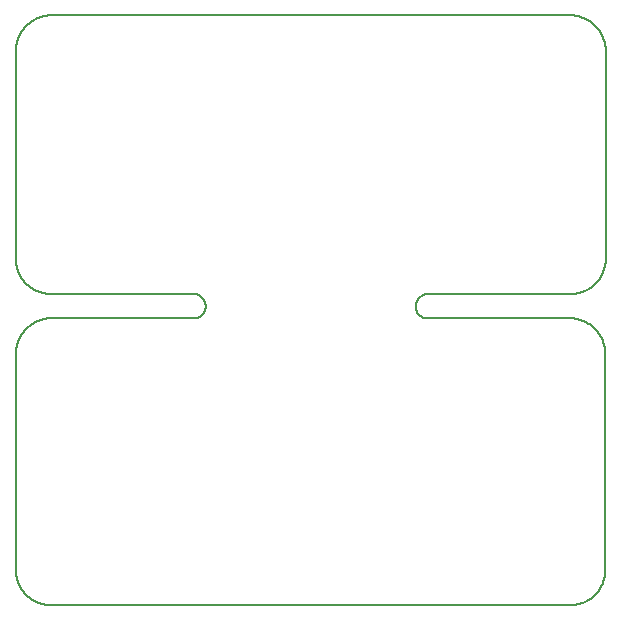
<source format=gm1>
G04 MADE WITH FRITZING*
G04 WWW.FRITZING.ORG*
G04 DOUBLE SIDED*
G04 HOLES PLATED*
G04 CONTOUR ON CENTER OF CONTOUR VECTOR*
%ASAXBY*%
%FSLAX23Y23*%
%MOIN*%
%OFA0B0*%
%SFA1.0B1.0*%
%ADD10C,0.008*%
%LNCONTOUR*%
G90*
G70*
G54D10*
X104Y1968D02*
X105Y1968D01*
X106Y1968D01*
X107Y1968D01*
X108Y1968D01*
X109Y1968D01*
X110Y1968D01*
X111Y1968D01*
X112Y1968D01*
X113Y1968D01*
X114Y1968D01*
X115Y1968D01*
X116Y1968D01*
X117Y1968D01*
X118Y1968D01*
X119Y1968D01*
X120Y1968D01*
X121Y1968D01*
X122Y1968D01*
X123Y1968D01*
X124Y1968D01*
X125Y1968D01*
X126Y1968D01*
X127Y1968D01*
X128Y1968D01*
X129Y1968D01*
X130Y1968D01*
X131Y1968D01*
X132Y1968D01*
X133Y1968D01*
X134Y1968D01*
X135Y1968D01*
X136Y1968D01*
X137Y1968D01*
X138Y1968D01*
X139Y1968D01*
X140Y1968D01*
X141Y1968D01*
X142Y1968D01*
X143Y1968D01*
X144Y1968D01*
X145Y1968D01*
X146Y1968D01*
X147Y1968D01*
X148Y1968D01*
X149Y1968D01*
X150Y1968D01*
X151Y1968D01*
X152Y1968D01*
X153Y1968D01*
X154Y1968D01*
X155Y1968D01*
X156Y1968D01*
X157Y1968D01*
X158Y1968D01*
X159Y1968D01*
X160Y1968D01*
X161Y1968D01*
X162Y1968D01*
X163Y1968D01*
X164Y1968D01*
X165Y1968D01*
X166Y1968D01*
X167Y1968D01*
X168Y1968D01*
X169Y1968D01*
X170Y1968D01*
X171Y1968D01*
X172Y1968D01*
X173Y1968D01*
X174Y1968D01*
X175Y1968D01*
X176Y1968D01*
X177Y1968D01*
X178Y1968D01*
X179Y1968D01*
X180Y1968D01*
X181Y1968D01*
X182Y1968D01*
X183Y1968D01*
X184Y1968D01*
X185Y1968D01*
X186Y1968D01*
X187Y1968D01*
X188Y1968D01*
X189Y1968D01*
X190Y1968D01*
X191Y1968D01*
X192Y1968D01*
X193Y1968D01*
X194Y1968D01*
X195Y1968D01*
X196Y1968D01*
X197Y1968D01*
X198Y1968D01*
X199Y1968D01*
X200Y1968D01*
X201Y1968D01*
X202Y1968D01*
X203Y1968D01*
X204Y1968D01*
X205Y1968D01*
X206Y1968D01*
X207Y1968D01*
X208Y1968D01*
X209Y1968D01*
X210Y1968D01*
X211Y1968D01*
X212Y1968D01*
X213Y1968D01*
X214Y1968D01*
X215Y1968D01*
X216Y1968D01*
X217Y1968D01*
X218Y1968D01*
X219Y1968D01*
X220Y1968D01*
X221Y1968D01*
X222Y1968D01*
X223Y1968D01*
X224Y1968D01*
X225Y1968D01*
X226Y1968D01*
X227Y1968D01*
X228Y1968D01*
X229Y1968D01*
X230Y1968D01*
X231Y1968D01*
X232Y1968D01*
X233Y1968D01*
X234Y1968D01*
X235Y1968D01*
X236Y1968D01*
X237Y1968D01*
X238Y1968D01*
X239Y1968D01*
X240Y1968D01*
X241Y1968D01*
X242Y1968D01*
X243Y1968D01*
X244Y1968D01*
X245Y1968D01*
X246Y1968D01*
X247Y1968D01*
X248Y1968D01*
X249Y1968D01*
X250Y1968D01*
X251Y1968D01*
X252Y1968D01*
X253Y1968D01*
X254Y1968D01*
X255Y1968D01*
X256Y1968D01*
X257Y1968D01*
X258Y1968D01*
X259Y1968D01*
X260Y1968D01*
X261Y1968D01*
X262Y1968D01*
X263Y1968D01*
X264Y1968D01*
X265Y1968D01*
X266Y1968D01*
X267Y1968D01*
X268Y1968D01*
X269Y1968D01*
X270Y1968D01*
X271Y1968D01*
X272Y1968D01*
X273Y1968D01*
X274Y1968D01*
X275Y1968D01*
X276Y1968D01*
X277Y1968D01*
X278Y1968D01*
X279Y1968D01*
X280Y1968D01*
X281Y1968D01*
X282Y1968D01*
X283Y1968D01*
X284Y1968D01*
X285Y1968D01*
X286Y1968D01*
X287Y1968D01*
X288Y1968D01*
X289Y1968D01*
X290Y1968D01*
X291Y1968D01*
X292Y1968D01*
X293Y1968D01*
X294Y1968D01*
X295Y1968D01*
X296Y1968D01*
X297Y1968D01*
X298Y1968D01*
X299Y1968D01*
X300Y1968D01*
X301Y1968D01*
X302Y1968D01*
X303Y1968D01*
X304Y1968D01*
X305Y1968D01*
X306Y1968D01*
X307Y1968D01*
X308Y1968D01*
X309Y1968D01*
X310Y1968D01*
X311Y1968D01*
X312Y1968D01*
X313Y1968D01*
X314Y1968D01*
X315Y1968D01*
X316Y1968D01*
X317Y1968D01*
X318Y1968D01*
X319Y1968D01*
X320Y1968D01*
X321Y1968D01*
X322Y1968D01*
X323Y1968D01*
X324Y1968D01*
X325Y1968D01*
X326Y1968D01*
X327Y1968D01*
X328Y1968D01*
X329Y1968D01*
X330Y1968D01*
X331Y1968D01*
X332Y1968D01*
X333Y1968D01*
X334Y1968D01*
X335Y1968D01*
X336Y1968D01*
X337Y1968D01*
X338Y1968D01*
X339Y1968D01*
X340Y1968D01*
X341Y1968D01*
X342Y1968D01*
X343Y1968D01*
X344Y1968D01*
X345Y1968D01*
X346Y1968D01*
X347Y1968D01*
X348Y1968D01*
X349Y1968D01*
X350Y1968D01*
X351Y1968D01*
X352Y1968D01*
X353Y1968D01*
X354Y1968D01*
X355Y1968D01*
X356Y1968D01*
X357Y1968D01*
X358Y1968D01*
X359Y1968D01*
X360Y1968D01*
X361Y1968D01*
X362Y1968D01*
X363Y1968D01*
X364Y1968D01*
X365Y1968D01*
X366Y1968D01*
X367Y1968D01*
X368Y1968D01*
X369Y1968D01*
X370Y1968D01*
X371Y1968D01*
X372Y1968D01*
X373Y1968D01*
X374Y1968D01*
X375Y1968D01*
X376Y1968D01*
X377Y1968D01*
X378Y1968D01*
X379Y1968D01*
X380Y1968D01*
X381Y1968D01*
X382Y1968D01*
X383Y1968D01*
X384Y1968D01*
X385Y1968D01*
X386Y1968D01*
X387Y1968D01*
X388Y1968D01*
X389Y1968D01*
X390Y1968D01*
X391Y1968D01*
X392Y1968D01*
X393Y1968D01*
X394Y1968D01*
X395Y1968D01*
X396Y1968D01*
X397Y1968D01*
X398Y1968D01*
X399Y1968D01*
X400Y1968D01*
X401Y1968D01*
X402Y1968D01*
X403Y1968D01*
X404Y1968D01*
X405Y1968D01*
X406Y1968D01*
X407Y1968D01*
X408Y1968D01*
X409Y1968D01*
X410Y1968D01*
X411Y1968D01*
X412Y1968D01*
X413Y1968D01*
X414Y1968D01*
X415Y1968D01*
X416Y1968D01*
X417Y1968D01*
X418Y1968D01*
X419Y1968D01*
X420Y1968D01*
X421Y1968D01*
X422Y1968D01*
X423Y1968D01*
X424Y1968D01*
X425Y1968D01*
X426Y1968D01*
X427Y1968D01*
X428Y1968D01*
X429Y1968D01*
X430Y1968D01*
X431Y1968D01*
X432Y1968D01*
X433Y1968D01*
X434Y1968D01*
X435Y1968D01*
X436Y1968D01*
X437Y1968D01*
X438Y1968D01*
X439Y1968D01*
X440Y1968D01*
X441Y1968D01*
X442Y1968D01*
X443Y1968D01*
X444Y1968D01*
X445Y1968D01*
X446Y1968D01*
X447Y1968D01*
X448Y1968D01*
X449Y1968D01*
X450Y1968D01*
X451Y1968D01*
X452Y1968D01*
X453Y1968D01*
X454Y1968D01*
X455Y1968D01*
X456Y1968D01*
X457Y1968D01*
X458Y1968D01*
X459Y1968D01*
X460Y1968D01*
X461Y1968D01*
X462Y1968D01*
X463Y1968D01*
X464Y1968D01*
X465Y1968D01*
X466Y1968D01*
X467Y1968D01*
X468Y1968D01*
X469Y1968D01*
X470Y1968D01*
X471Y1968D01*
X472Y1968D01*
X473Y1968D01*
X474Y1968D01*
X475Y1968D01*
X476Y1968D01*
X477Y1968D01*
X478Y1968D01*
X479Y1968D01*
X480Y1968D01*
X481Y1968D01*
X482Y1968D01*
X483Y1968D01*
X484Y1968D01*
X485Y1968D01*
X486Y1968D01*
X487Y1968D01*
X488Y1968D01*
X489Y1968D01*
X490Y1968D01*
X491Y1968D01*
X492Y1968D01*
X493Y1968D01*
X494Y1968D01*
X495Y1968D01*
X496Y1968D01*
X497Y1968D01*
X498Y1968D01*
X499Y1968D01*
X500Y1968D01*
X501Y1968D01*
X502Y1968D01*
X503Y1968D01*
X504Y1968D01*
X505Y1968D01*
X506Y1968D01*
X507Y1968D01*
X508Y1968D01*
X509Y1968D01*
X510Y1968D01*
X511Y1968D01*
X512Y1968D01*
X513Y1968D01*
X514Y1968D01*
X515Y1968D01*
X516Y1968D01*
X517Y1968D01*
X518Y1968D01*
X519Y1968D01*
X520Y1968D01*
X521Y1968D01*
X522Y1968D01*
X523Y1968D01*
X524Y1968D01*
X525Y1968D01*
X526Y1968D01*
X527Y1968D01*
X528Y1968D01*
X529Y1968D01*
X530Y1968D01*
X531Y1968D01*
X532Y1968D01*
X533Y1968D01*
X534Y1968D01*
X535Y1968D01*
X536Y1968D01*
X537Y1968D01*
X538Y1968D01*
X539Y1968D01*
X540Y1968D01*
X541Y1968D01*
X542Y1968D01*
X543Y1968D01*
X544Y1968D01*
X545Y1968D01*
X546Y1968D01*
X547Y1968D01*
X548Y1968D01*
X549Y1968D01*
X550Y1968D01*
X551Y1968D01*
X552Y1968D01*
X553Y1968D01*
X554Y1968D01*
X555Y1968D01*
X556Y1968D01*
X557Y1968D01*
X558Y1968D01*
X559Y1968D01*
X560Y1968D01*
X561Y1968D01*
X562Y1968D01*
X563Y1968D01*
X564Y1968D01*
X565Y1968D01*
X566Y1968D01*
X567Y1968D01*
X568Y1968D01*
X569Y1968D01*
X570Y1968D01*
X571Y1968D01*
X572Y1968D01*
X573Y1968D01*
X574Y1968D01*
X575Y1968D01*
X576Y1968D01*
X577Y1968D01*
X578Y1968D01*
X579Y1968D01*
X580Y1968D01*
X581Y1968D01*
X582Y1968D01*
X583Y1968D01*
X584Y1968D01*
X585Y1968D01*
X586Y1968D01*
X587Y1968D01*
X588Y1968D01*
X589Y1968D01*
X590Y1968D01*
X591Y1968D01*
X592Y1968D01*
X593Y1968D01*
X594Y1968D01*
X595Y1968D01*
X596Y1968D01*
X597Y1968D01*
X598Y1968D01*
X599Y1968D01*
X600Y1968D01*
X601Y1968D01*
X602Y1968D01*
X603Y1968D01*
X604Y1968D01*
X605Y1968D01*
X606Y1968D01*
X607Y1968D01*
X608Y1968D01*
X609Y1968D01*
X610Y1968D01*
X611Y1968D01*
X612Y1968D01*
X613Y1968D01*
X614Y1968D01*
X615Y1968D01*
X616Y1968D01*
X617Y1968D01*
X618Y1968D01*
X619Y1968D01*
X620Y1968D01*
X621Y1968D01*
X622Y1968D01*
X623Y1968D01*
X624Y1968D01*
X625Y1968D01*
X626Y1968D01*
X627Y1968D01*
X628Y1968D01*
X629Y1968D01*
X630Y1968D01*
X631Y1968D01*
X632Y1968D01*
X633Y1968D01*
X634Y1968D01*
X635Y1968D01*
X636Y1968D01*
X637Y1968D01*
X638Y1968D01*
X639Y1968D01*
X640Y1968D01*
X641Y1968D01*
X642Y1968D01*
X643Y1968D01*
X644Y1968D01*
X645Y1968D01*
X646Y1968D01*
X647Y1968D01*
X648Y1968D01*
X649Y1968D01*
X650Y1968D01*
X651Y1968D01*
X652Y1968D01*
X653Y1968D01*
X654Y1968D01*
X655Y1968D01*
X656Y1968D01*
X657Y1968D01*
X658Y1968D01*
X659Y1968D01*
X660Y1968D01*
X661Y1968D01*
X662Y1968D01*
X663Y1968D01*
X664Y1968D01*
X665Y1968D01*
X666Y1968D01*
X667Y1968D01*
X668Y1968D01*
X669Y1968D01*
X670Y1968D01*
X671Y1968D01*
X672Y1968D01*
X673Y1968D01*
X674Y1968D01*
X675Y1968D01*
X676Y1968D01*
X677Y1968D01*
X678Y1968D01*
X679Y1968D01*
X680Y1968D01*
X681Y1968D01*
X682Y1968D01*
X683Y1968D01*
X684Y1968D01*
X685Y1968D01*
X686Y1968D01*
X687Y1968D01*
X688Y1968D01*
X689Y1968D01*
X690Y1968D01*
X691Y1968D01*
X692Y1968D01*
X693Y1968D01*
X694Y1968D01*
X695Y1968D01*
X696Y1968D01*
X697Y1968D01*
X698Y1968D01*
X699Y1968D01*
X700Y1968D01*
X701Y1968D01*
X702Y1968D01*
X703Y1968D01*
X704Y1968D01*
X705Y1968D01*
X706Y1968D01*
X707Y1968D01*
X708Y1968D01*
X709Y1968D01*
X710Y1968D01*
X711Y1968D01*
X712Y1968D01*
X713Y1968D01*
X714Y1968D01*
X715Y1968D01*
X716Y1968D01*
X717Y1968D01*
X718Y1968D01*
X719Y1968D01*
X720Y1968D01*
X721Y1968D01*
X722Y1968D01*
X723Y1968D01*
X724Y1968D01*
X725Y1968D01*
X726Y1968D01*
X727Y1968D01*
X728Y1968D01*
X729Y1968D01*
X730Y1968D01*
X731Y1968D01*
X732Y1968D01*
X733Y1968D01*
X734Y1968D01*
X735Y1968D01*
X736Y1968D01*
X737Y1968D01*
X738Y1968D01*
X739Y1968D01*
X740Y1968D01*
X741Y1968D01*
X742Y1968D01*
X743Y1968D01*
X744Y1968D01*
X745Y1968D01*
X746Y1968D01*
X747Y1968D01*
X748Y1968D01*
X749Y1968D01*
X750Y1968D01*
X751Y1968D01*
X752Y1968D01*
X753Y1968D01*
X754Y1968D01*
X755Y1968D01*
X756Y1968D01*
X757Y1968D01*
X758Y1968D01*
X759Y1968D01*
X760Y1968D01*
X761Y1968D01*
X762Y1968D01*
X763Y1968D01*
X764Y1968D01*
X765Y1968D01*
X766Y1968D01*
X767Y1968D01*
X768Y1968D01*
X769Y1968D01*
X770Y1968D01*
X771Y1968D01*
X772Y1968D01*
X773Y1968D01*
X774Y1968D01*
X775Y1968D01*
X776Y1968D01*
X777Y1968D01*
X778Y1968D01*
X779Y1968D01*
X780Y1968D01*
X781Y1968D01*
X782Y1968D01*
X783Y1968D01*
X784Y1968D01*
X785Y1968D01*
X786Y1968D01*
X787Y1968D01*
X788Y1968D01*
X789Y1968D01*
X790Y1968D01*
X791Y1968D01*
X792Y1968D01*
X793Y1968D01*
X794Y1968D01*
X795Y1968D01*
X796Y1968D01*
X797Y1968D01*
X798Y1968D01*
X799Y1968D01*
X800Y1968D01*
X801Y1968D01*
X802Y1968D01*
X803Y1968D01*
X804Y1968D01*
X805Y1968D01*
X806Y1968D01*
X807Y1968D01*
X808Y1968D01*
X809Y1968D01*
X810Y1968D01*
X811Y1968D01*
X812Y1968D01*
X813Y1968D01*
X814Y1968D01*
X815Y1968D01*
X816Y1968D01*
X817Y1968D01*
X818Y1968D01*
X819Y1968D01*
X820Y1968D01*
X821Y1968D01*
X822Y1968D01*
X823Y1968D01*
X824Y1968D01*
X825Y1968D01*
X826Y1968D01*
X827Y1968D01*
X828Y1968D01*
X829Y1968D01*
X830Y1968D01*
X831Y1968D01*
X832Y1968D01*
X833Y1968D01*
X834Y1968D01*
X835Y1968D01*
X836Y1968D01*
X837Y1968D01*
X838Y1968D01*
X839Y1968D01*
X840Y1968D01*
X841Y1968D01*
X842Y1968D01*
X843Y1968D01*
X844Y1968D01*
X845Y1968D01*
X846Y1968D01*
X847Y1968D01*
X848Y1968D01*
X849Y1968D01*
X850Y1968D01*
X851Y1968D01*
X852Y1968D01*
X853Y1968D01*
X854Y1968D01*
X855Y1968D01*
X856Y1968D01*
X857Y1968D01*
X858Y1968D01*
X859Y1968D01*
X860Y1968D01*
X861Y1968D01*
X862Y1968D01*
X863Y1968D01*
X864Y1968D01*
X865Y1968D01*
X866Y1968D01*
X867Y1968D01*
X868Y1968D01*
X869Y1968D01*
X870Y1968D01*
X871Y1968D01*
X872Y1968D01*
X873Y1968D01*
X874Y1968D01*
X875Y1968D01*
X876Y1968D01*
X877Y1968D01*
X878Y1968D01*
X879Y1968D01*
X880Y1968D01*
X881Y1968D01*
X882Y1968D01*
X883Y1968D01*
X884Y1968D01*
X885Y1968D01*
X886Y1968D01*
X887Y1968D01*
X888Y1968D01*
X889Y1968D01*
X890Y1968D01*
X891Y1968D01*
X892Y1968D01*
X893Y1968D01*
X894Y1968D01*
X895Y1968D01*
X896Y1968D01*
X897Y1968D01*
X898Y1968D01*
X899Y1968D01*
X900Y1968D01*
X901Y1968D01*
X902Y1968D01*
X903Y1968D01*
X904Y1968D01*
X905Y1968D01*
X906Y1968D01*
X907Y1968D01*
X908Y1968D01*
X909Y1968D01*
X910Y1968D01*
X911Y1968D01*
X912Y1968D01*
X913Y1968D01*
X914Y1968D01*
X915Y1968D01*
X916Y1968D01*
X917Y1968D01*
X918Y1968D01*
X919Y1968D01*
X920Y1968D01*
X921Y1968D01*
X922Y1968D01*
X923Y1968D01*
X924Y1968D01*
X925Y1968D01*
X926Y1968D01*
X927Y1968D01*
X928Y1968D01*
X929Y1968D01*
X930Y1968D01*
X931Y1968D01*
X932Y1968D01*
X933Y1968D01*
X934Y1968D01*
X935Y1968D01*
X936Y1968D01*
X937Y1968D01*
X938Y1968D01*
X939Y1968D01*
X940Y1968D01*
X941Y1968D01*
X942Y1968D01*
X943Y1968D01*
X944Y1968D01*
X945Y1968D01*
X946Y1968D01*
X947Y1968D01*
X948Y1968D01*
X949Y1968D01*
X950Y1968D01*
X951Y1968D01*
X952Y1968D01*
X953Y1968D01*
X954Y1968D01*
X955Y1968D01*
X956Y1968D01*
X957Y1968D01*
X958Y1968D01*
X959Y1968D01*
X960Y1968D01*
X961Y1968D01*
X962Y1968D01*
X963Y1968D01*
X964Y1968D01*
X965Y1968D01*
X966Y1968D01*
X967Y1968D01*
X968Y1968D01*
X969Y1968D01*
X970Y1968D01*
X971Y1968D01*
X972Y1968D01*
X973Y1968D01*
X974Y1968D01*
X975Y1968D01*
X976Y1968D01*
X977Y1968D01*
X978Y1968D01*
X979Y1968D01*
X980Y1968D01*
X981Y1968D01*
X982Y1968D01*
X983Y1968D01*
X984Y1968D01*
X985Y1968D01*
X986Y1968D01*
X987Y1968D01*
X988Y1968D01*
X989Y1968D01*
X990Y1968D01*
X991Y1968D01*
X992Y1968D01*
X993Y1968D01*
X994Y1968D01*
X995Y1968D01*
X996Y1968D01*
X997Y1968D01*
X998Y1968D01*
X999Y1968D01*
X1000Y1968D01*
X1001Y1968D01*
X1002Y1968D01*
X1003Y1968D01*
X1004Y1968D01*
X1005Y1968D01*
X1006Y1968D01*
X1007Y1968D01*
X1008Y1968D01*
X1009Y1968D01*
X1010Y1968D01*
X1011Y1968D01*
X1012Y1968D01*
X1013Y1968D01*
X1014Y1968D01*
X1015Y1968D01*
X1016Y1968D01*
X1017Y1968D01*
X1018Y1968D01*
X1019Y1968D01*
X1020Y1968D01*
X1021Y1968D01*
X1022Y1968D01*
X1023Y1968D01*
X1024Y1968D01*
X1025Y1968D01*
X1026Y1968D01*
X1027Y1968D01*
X1028Y1968D01*
X1029Y1968D01*
X1030Y1968D01*
X1031Y1968D01*
X1032Y1968D01*
X1033Y1968D01*
X1034Y1968D01*
X1035Y1968D01*
X1036Y1968D01*
X1037Y1968D01*
X1038Y1968D01*
X1039Y1968D01*
X1040Y1968D01*
X1041Y1968D01*
X1042Y1968D01*
X1043Y1968D01*
X1044Y1968D01*
X1045Y1968D01*
X1046Y1968D01*
X1047Y1968D01*
X1048Y1968D01*
X1049Y1968D01*
X1050Y1968D01*
X1051Y1968D01*
X1052Y1968D01*
X1053Y1968D01*
X1054Y1968D01*
X1055Y1968D01*
X1056Y1968D01*
X1057Y1968D01*
X1058Y1968D01*
X1059Y1968D01*
X1060Y1968D01*
X1061Y1968D01*
X1062Y1968D01*
X1063Y1968D01*
X1064Y1968D01*
X1065Y1968D01*
X1066Y1968D01*
X1067Y1968D01*
X1068Y1968D01*
X1069Y1968D01*
X1070Y1968D01*
X1071Y1968D01*
X1072Y1968D01*
X1073Y1968D01*
X1074Y1968D01*
X1075Y1968D01*
X1076Y1968D01*
X1077Y1968D01*
X1078Y1968D01*
X1079Y1968D01*
X1080Y1968D01*
X1081Y1968D01*
X1082Y1968D01*
X1083Y1968D01*
X1084Y1968D01*
X1085Y1968D01*
X1086Y1968D01*
X1087Y1968D01*
X1088Y1968D01*
X1089Y1968D01*
X1090Y1968D01*
X1091Y1968D01*
X1092Y1968D01*
X1093Y1968D01*
X1094Y1968D01*
X1095Y1968D01*
X1096Y1968D01*
X1097Y1968D01*
X1098Y1968D01*
X1099Y1968D01*
X1100Y1968D01*
X1101Y1968D01*
X1102Y1968D01*
X1103Y1968D01*
X1104Y1968D01*
X1105Y1968D01*
X1106Y1968D01*
X1107Y1968D01*
X1108Y1968D01*
X1109Y1968D01*
X1110Y1968D01*
X1111Y1968D01*
X1112Y1968D01*
X1113Y1968D01*
X1114Y1968D01*
X1115Y1968D01*
X1116Y1968D01*
X1117Y1968D01*
X1118Y1968D01*
X1119Y1968D01*
X1120Y1968D01*
X1121Y1968D01*
X1122Y1968D01*
X1123Y1968D01*
X1124Y1968D01*
X1125Y1968D01*
X1126Y1968D01*
X1127Y1968D01*
X1128Y1968D01*
X1129Y1968D01*
X1130Y1968D01*
X1131Y1968D01*
X1132Y1968D01*
X1133Y1968D01*
X1134Y1968D01*
X1135Y1968D01*
X1136Y1968D01*
X1137Y1968D01*
X1138Y1968D01*
X1139Y1968D01*
X1140Y1968D01*
X1141Y1968D01*
X1142Y1968D01*
X1143Y1968D01*
X1144Y1968D01*
X1145Y1968D01*
X1146Y1968D01*
X1147Y1968D01*
X1148Y1968D01*
X1149Y1968D01*
X1150Y1968D01*
X1151Y1968D01*
X1152Y1968D01*
X1153Y1968D01*
X1154Y1968D01*
X1155Y1968D01*
X1156Y1968D01*
X1157Y1968D01*
X1158Y1968D01*
X1159Y1968D01*
X1160Y1968D01*
X1161Y1968D01*
X1162Y1968D01*
X1163Y1968D01*
X1164Y1968D01*
X1165Y1968D01*
X1166Y1968D01*
X1167Y1968D01*
X1168Y1968D01*
X1169Y1968D01*
X1170Y1968D01*
X1171Y1968D01*
X1172Y1968D01*
X1173Y1968D01*
X1174Y1968D01*
X1175Y1968D01*
X1176Y1968D01*
X1177Y1968D01*
X1178Y1968D01*
X1179Y1968D01*
X1180Y1968D01*
X1181Y1968D01*
X1182Y1968D01*
X1183Y1968D01*
X1184Y1968D01*
X1185Y1968D01*
X1186Y1968D01*
X1187Y1968D01*
X1188Y1968D01*
X1189Y1968D01*
X1190Y1968D01*
X1191Y1968D01*
X1192Y1968D01*
X1193Y1968D01*
X1194Y1968D01*
X1195Y1968D01*
X1196Y1968D01*
X1197Y1968D01*
X1198Y1968D01*
X1199Y1968D01*
X1200Y1968D01*
X1201Y1968D01*
X1202Y1968D01*
X1203Y1968D01*
X1204Y1968D01*
X1205Y1968D01*
X1206Y1968D01*
X1207Y1968D01*
X1208Y1968D01*
X1209Y1968D01*
X1210Y1968D01*
X1211Y1968D01*
X1212Y1968D01*
X1213Y1968D01*
X1214Y1968D01*
X1215Y1968D01*
X1216Y1968D01*
X1217Y1968D01*
X1218Y1968D01*
X1219Y1968D01*
X1220Y1968D01*
X1221Y1968D01*
X1222Y1968D01*
X1223Y1968D01*
X1224Y1968D01*
X1225Y1968D01*
X1226Y1968D01*
X1227Y1968D01*
X1228Y1968D01*
X1229Y1968D01*
X1230Y1968D01*
X1231Y1968D01*
X1232Y1968D01*
X1233Y1968D01*
X1234Y1968D01*
X1235Y1968D01*
X1236Y1968D01*
X1237Y1968D01*
X1238Y1968D01*
X1239Y1968D01*
X1240Y1968D01*
X1241Y1968D01*
X1242Y1968D01*
X1243Y1968D01*
X1244Y1968D01*
X1245Y1968D01*
X1246Y1968D01*
X1247Y1968D01*
X1248Y1968D01*
X1249Y1968D01*
X1250Y1968D01*
X1251Y1968D01*
X1252Y1968D01*
X1253Y1968D01*
X1254Y1968D01*
X1255Y1968D01*
X1256Y1968D01*
X1257Y1968D01*
X1258Y1968D01*
X1259Y1968D01*
X1260Y1968D01*
X1261Y1968D01*
X1262Y1968D01*
X1263Y1968D01*
X1264Y1968D01*
X1265Y1968D01*
X1266Y1968D01*
X1267Y1968D01*
X1268Y1968D01*
X1269Y1968D01*
X1270Y1968D01*
X1271Y1968D01*
X1272Y1968D01*
X1273Y1968D01*
X1274Y1968D01*
X1275Y1968D01*
X1276Y1968D01*
X1277Y1968D01*
X1278Y1968D01*
X1279Y1968D01*
X1280Y1968D01*
X1281Y1968D01*
X1282Y1968D01*
X1283Y1968D01*
X1284Y1968D01*
X1285Y1968D01*
X1286Y1968D01*
X1287Y1968D01*
X1288Y1968D01*
X1289Y1968D01*
X1290Y1968D01*
X1291Y1968D01*
X1292Y1968D01*
X1293Y1968D01*
X1294Y1968D01*
X1295Y1968D01*
X1296Y1968D01*
X1297Y1968D01*
X1298Y1968D01*
X1299Y1968D01*
X1300Y1968D01*
X1301Y1968D01*
X1302Y1968D01*
X1303Y1968D01*
X1304Y1968D01*
X1305Y1968D01*
X1306Y1968D01*
X1307Y1968D01*
X1308Y1968D01*
X1309Y1968D01*
X1310Y1968D01*
X1311Y1968D01*
X1312Y1968D01*
X1313Y1968D01*
X1314Y1968D01*
X1315Y1968D01*
X1316Y1968D01*
X1317Y1968D01*
X1318Y1968D01*
X1319Y1968D01*
X1320Y1968D01*
X1321Y1968D01*
X1322Y1968D01*
X1323Y1968D01*
X1324Y1968D01*
X1325Y1968D01*
X1326Y1968D01*
X1327Y1968D01*
X1328Y1968D01*
X1329Y1968D01*
X1330Y1968D01*
X1331Y1968D01*
X1332Y1968D01*
X1333Y1968D01*
X1334Y1968D01*
X1335Y1968D01*
X1336Y1968D01*
X1337Y1968D01*
X1338Y1968D01*
X1339Y1968D01*
X1340Y1968D01*
X1341Y1968D01*
X1342Y1968D01*
X1343Y1968D01*
X1344Y1968D01*
X1345Y1968D01*
X1346Y1968D01*
X1347Y1968D01*
X1348Y1968D01*
X1349Y1968D01*
X1350Y1968D01*
X1351Y1968D01*
X1352Y1968D01*
X1353Y1968D01*
X1354Y1968D01*
X1355Y1968D01*
X1356Y1968D01*
X1357Y1968D01*
X1358Y1968D01*
X1359Y1968D01*
X1360Y1968D01*
X1361Y1968D01*
X1362Y1968D01*
X1363Y1968D01*
X1364Y1968D01*
X1365Y1968D01*
X1366Y1968D01*
X1367Y1968D01*
X1368Y1968D01*
X1369Y1968D01*
X1370Y1968D01*
X1371Y1968D01*
X1372Y1968D01*
X1373Y1968D01*
X1374Y1968D01*
X1375Y1968D01*
X1376Y1968D01*
X1377Y1968D01*
X1378Y1968D01*
X1379Y1968D01*
X1380Y1968D01*
X1381Y1968D01*
X1382Y1968D01*
X1383Y1968D01*
X1384Y1968D01*
X1385Y1968D01*
X1386Y1968D01*
X1387Y1968D01*
X1388Y1968D01*
X1389Y1968D01*
X1390Y1968D01*
X1391Y1968D01*
X1392Y1968D01*
X1393Y1968D01*
X1394Y1968D01*
X1395Y1968D01*
X1396Y1968D01*
X1397Y1968D01*
X1398Y1968D01*
X1399Y1968D01*
X1400Y1968D01*
X1401Y1968D01*
X1402Y1968D01*
X1403Y1968D01*
X1404Y1968D01*
X1405Y1968D01*
X1406Y1968D01*
X1407Y1968D01*
X1408Y1968D01*
X1409Y1968D01*
X1410Y1968D01*
X1411Y1968D01*
X1412Y1968D01*
X1413Y1968D01*
X1414Y1968D01*
X1415Y1968D01*
X1416Y1968D01*
X1417Y1968D01*
X1418Y1968D01*
X1419Y1968D01*
X1420Y1968D01*
X1421Y1968D01*
X1422Y1968D01*
X1423Y1968D01*
X1424Y1968D01*
X1425Y1968D01*
X1426Y1968D01*
X1427Y1968D01*
X1428Y1968D01*
X1429Y1968D01*
X1430Y1968D01*
X1431Y1968D01*
X1432Y1968D01*
X1433Y1968D01*
X1434Y1968D01*
X1435Y1968D01*
X1436Y1968D01*
X1437Y1968D01*
X1438Y1968D01*
X1439Y1968D01*
X1440Y1968D01*
X1441Y1968D01*
X1442Y1968D01*
X1443Y1968D01*
X1444Y1968D01*
X1445Y1968D01*
X1446Y1968D01*
X1447Y1968D01*
X1448Y1968D01*
X1449Y1968D01*
X1450Y1968D01*
X1451Y1968D01*
X1452Y1968D01*
X1453Y1968D01*
X1454Y1968D01*
X1455Y1968D01*
X1456Y1968D01*
X1457Y1968D01*
X1458Y1968D01*
X1459Y1968D01*
X1460Y1968D01*
X1461Y1968D01*
X1462Y1968D01*
X1463Y1968D01*
X1464Y1968D01*
X1465Y1968D01*
X1466Y1968D01*
X1467Y1968D01*
X1468Y1968D01*
X1469Y1968D01*
X1470Y1968D01*
X1471Y1968D01*
X1472Y1968D01*
X1473Y1968D01*
X1474Y1968D01*
X1475Y1968D01*
X1476Y1968D01*
X1477Y1968D01*
X1478Y1968D01*
X1479Y1968D01*
X1480Y1968D01*
X1481Y1968D01*
X1482Y1968D01*
X1483Y1968D01*
X1484Y1968D01*
X1485Y1968D01*
X1486Y1968D01*
X1487Y1968D01*
X1488Y1968D01*
X1489Y1968D01*
X1490Y1968D01*
X1491Y1968D01*
X1492Y1968D01*
X1493Y1968D01*
X1494Y1968D01*
X1495Y1968D01*
X1496Y1968D01*
X1497Y1968D01*
X1498Y1968D01*
X1499Y1968D01*
X1500Y1968D01*
X1501Y1968D01*
X1502Y1968D01*
X1503Y1968D01*
X1504Y1968D01*
X1505Y1968D01*
X1506Y1968D01*
X1507Y1968D01*
X1508Y1968D01*
X1509Y1968D01*
X1510Y1968D01*
X1511Y1968D01*
X1512Y1968D01*
X1513Y1968D01*
X1514Y1968D01*
X1515Y1968D01*
X1516Y1968D01*
X1517Y1968D01*
X1518Y1968D01*
X1519Y1968D01*
X1520Y1968D01*
X1521Y1968D01*
X1522Y1968D01*
X1523Y1968D01*
X1524Y1968D01*
X1525Y1968D01*
X1526Y1968D01*
X1527Y1968D01*
X1528Y1968D01*
X1529Y1968D01*
X1530Y1968D01*
X1531Y1968D01*
X1532Y1968D01*
X1533Y1968D01*
X1534Y1968D01*
X1535Y1968D01*
X1536Y1968D01*
X1537Y1968D01*
X1538Y1968D01*
X1539Y1968D01*
X1540Y1968D01*
X1541Y1968D01*
X1542Y1968D01*
X1543Y1968D01*
X1544Y1968D01*
X1545Y1968D01*
X1546Y1968D01*
X1547Y1968D01*
X1548Y1968D01*
X1549Y1968D01*
X1550Y1968D01*
X1551Y1968D01*
X1552Y1968D01*
X1553Y1968D01*
X1554Y1968D01*
X1555Y1968D01*
X1556Y1968D01*
X1557Y1968D01*
X1558Y1968D01*
X1559Y1968D01*
X1560Y1968D01*
X1561Y1968D01*
X1562Y1968D01*
X1563Y1968D01*
X1564Y1968D01*
X1565Y1968D01*
X1566Y1968D01*
X1567Y1968D01*
X1568Y1968D01*
X1569Y1968D01*
X1570Y1968D01*
X1571Y1968D01*
X1572Y1968D01*
X1573Y1968D01*
X1574Y1968D01*
X1575Y1968D01*
X1576Y1968D01*
X1577Y1968D01*
X1578Y1968D01*
X1579Y1968D01*
X1580Y1968D01*
X1581Y1968D01*
X1582Y1968D01*
X1583Y1968D01*
X1584Y1968D01*
X1585Y1968D01*
X1586Y1968D01*
X1587Y1968D01*
X1588Y1968D01*
X1589Y1968D01*
X1590Y1968D01*
X1591Y1968D01*
X1592Y1968D01*
X1593Y1968D01*
X1594Y1968D01*
X1595Y1968D01*
X1596Y1968D01*
X1597Y1968D01*
X1598Y1968D01*
X1599Y1968D01*
X1600Y1968D01*
X1601Y1968D01*
X1602Y1968D01*
X1603Y1968D01*
X1604Y1968D01*
X1605Y1968D01*
X1606Y1968D01*
X1607Y1968D01*
X1608Y1968D01*
X1609Y1968D01*
X1610Y1968D01*
X1611Y1968D01*
X1612Y1968D01*
X1613Y1968D01*
X1614Y1968D01*
X1615Y1968D01*
X1616Y1968D01*
X1617Y1968D01*
X1618Y1968D01*
X1619Y1968D01*
X1620Y1968D01*
X1621Y1968D01*
X1622Y1968D01*
X1623Y1968D01*
X1624Y1968D01*
X1625Y1968D01*
X1626Y1968D01*
X1627Y1968D01*
X1628Y1968D01*
X1629Y1968D01*
X1630Y1968D01*
X1631Y1968D01*
X1632Y1968D01*
X1633Y1968D01*
X1634Y1968D01*
X1635Y1968D01*
X1636Y1968D01*
X1637Y1968D01*
X1638Y1968D01*
X1639Y1968D01*
X1640Y1968D01*
X1641Y1968D01*
X1642Y1968D01*
X1643Y1968D01*
X1644Y1968D01*
X1645Y1968D01*
X1646Y1968D01*
X1647Y1968D01*
X1648Y1968D01*
X1649Y1968D01*
X1650Y1968D01*
X1651Y1968D01*
X1652Y1968D01*
X1653Y1968D01*
X1654Y1968D01*
X1655Y1968D01*
X1656Y1968D01*
X1657Y1968D01*
X1658Y1968D01*
X1659Y1968D01*
X1660Y1968D01*
X1661Y1968D01*
X1662Y1968D01*
X1663Y1968D01*
X1664Y1968D01*
X1665Y1968D01*
X1666Y1968D01*
X1667Y1968D01*
X1668Y1968D01*
X1669Y1968D01*
X1670Y1968D01*
X1671Y1968D01*
X1672Y1968D01*
X1673Y1968D01*
X1674Y1968D01*
X1675Y1968D01*
X1676Y1968D01*
X1677Y1968D01*
X1678Y1968D01*
X1679Y1968D01*
X1680Y1968D01*
X1681Y1968D01*
X1682Y1968D01*
X1683Y1968D01*
X1684Y1968D01*
X1685Y1968D01*
X1686Y1968D01*
X1687Y1968D01*
X1688Y1968D01*
X1689Y1968D01*
X1690Y1968D01*
X1691Y1968D01*
X1692Y1968D01*
X1693Y1968D01*
X1694Y1968D01*
X1695Y1968D01*
X1696Y1968D01*
X1697Y1968D01*
X1698Y1968D01*
X1699Y1968D01*
X1700Y1968D01*
X1701Y1968D01*
X1702Y1968D01*
X1703Y1968D01*
X1704Y1968D01*
X1705Y1968D01*
X1706Y1968D01*
X1707Y1968D01*
X1708Y1968D01*
X1709Y1968D01*
X1710Y1968D01*
X1711Y1968D01*
X1712Y1968D01*
X1713Y1968D01*
X1714Y1968D01*
X1715Y1968D01*
X1716Y1968D01*
X1717Y1968D01*
X1718Y1968D01*
X1719Y1968D01*
X1720Y1968D01*
X1721Y1968D01*
X1722Y1968D01*
X1723Y1968D01*
X1724Y1968D01*
X1725Y1968D01*
X1726Y1968D01*
X1727Y1968D01*
X1728Y1968D01*
X1729Y1968D01*
X1730Y1968D01*
X1731Y1968D01*
X1732Y1968D01*
X1733Y1968D01*
X1734Y1968D01*
X1735Y1968D01*
X1736Y1968D01*
X1737Y1968D01*
X1738Y1968D01*
X1739Y1968D01*
X1740Y1968D01*
X1741Y1968D01*
X1742Y1968D01*
X1743Y1968D01*
X1744Y1968D01*
X1745Y1968D01*
X1746Y1968D01*
X1747Y1968D01*
X1748Y1968D01*
X1749Y1968D01*
X1750Y1968D01*
X1751Y1968D01*
X1752Y1968D01*
X1753Y1968D01*
X1754Y1968D01*
X1755Y1968D01*
X1756Y1968D01*
X1757Y1968D01*
X1758Y1968D01*
X1759Y1968D01*
X1760Y1968D01*
X1761Y1968D01*
X1762Y1968D01*
X1763Y1968D01*
X1764Y1968D01*
X1765Y1968D01*
X1766Y1968D01*
X1767Y1968D01*
X1768Y1968D01*
X1769Y1968D01*
X1770Y1968D01*
X1771Y1968D01*
X1772Y1968D01*
X1773Y1968D01*
X1774Y1968D01*
X1775Y1968D01*
X1776Y1968D01*
X1777Y1968D01*
X1778Y1968D01*
X1779Y1968D01*
X1780Y1968D01*
X1781Y1968D01*
X1782Y1968D01*
X1783Y1968D01*
X1784Y1968D01*
X1785Y1968D01*
X1786Y1968D01*
X1787Y1968D01*
X1788Y1968D01*
X1789Y1968D01*
X1790Y1968D01*
X1791Y1968D01*
X1792Y1968D01*
X1793Y1968D01*
X1794Y1968D01*
X1795Y1968D01*
X1796Y1968D01*
X1797Y1968D01*
X1798Y1968D01*
X1799Y1968D01*
X1800Y1968D01*
X1801Y1968D01*
X1802Y1968D01*
X1803Y1968D01*
X1804Y1968D01*
X1805Y1968D01*
X1806Y1968D01*
X1807Y1968D01*
X1808Y1968D01*
X1809Y1968D01*
X1810Y1968D01*
X1811Y1968D01*
X1812Y1968D01*
X1813Y1968D01*
X1814Y1968D01*
X1815Y1968D01*
X1816Y1968D01*
X1817Y1968D01*
X1818Y1968D01*
X1819Y1968D01*
X1820Y1968D01*
X1821Y1968D01*
X1822Y1968D01*
X1823Y1968D01*
X1824Y1968D01*
X1825Y1968D01*
X1826Y1968D01*
X1827Y1968D01*
X1828Y1968D01*
X1829Y1968D01*
X1830Y1968D01*
X1831Y1968D01*
X1832Y1968D01*
X1833Y1968D01*
X1834Y1968D01*
X1835Y1968D01*
X1836Y1968D01*
X1837Y1968D01*
X1838Y1968D01*
X1839Y1968D01*
X1840Y1968D01*
X1841Y1968D01*
X1842Y1968D01*
X1843Y1968D01*
X1844Y1968D01*
X1845Y1968D01*
X1846Y1968D01*
X1847Y1968D01*
X1848Y1968D01*
X1849Y1968D01*
X1850Y1968D01*
X1851Y1968D01*
X1852Y1968D01*
X1853Y1968D01*
X1854Y1968D01*
X1855Y1968D01*
X1856Y1968D01*
X1857Y1968D01*
X1858Y1968D01*
X1859Y1968D01*
X1860Y1968D01*
X1861Y1968D01*
X1862Y1968D01*
X1863Y1968D01*
X1864Y1967D01*
X1865Y1967D01*
X1866Y1967D01*
X1867Y1967D01*
X1868Y1967D01*
X1869Y1967D01*
X1870Y1966D01*
X1871Y1966D01*
X1872Y1966D01*
X1873Y1966D01*
X1874Y1966D01*
X1875Y1965D01*
X1876Y1965D01*
X1877Y1965D01*
X1878Y1965D01*
X1879Y1965D01*
X1880Y1964D01*
X1881Y1964D01*
X1882Y1964D01*
X1883Y1963D01*
X1884Y1963D01*
X1885Y1963D01*
X1886Y1962D01*
X1887Y1962D01*
X1888Y1962D01*
X1889Y1961D01*
X1890Y1961D01*
X1891Y1961D01*
X1892Y1960D01*
X1893Y1960D01*
X1894Y1959D01*
X1895Y1959D01*
X1896Y1959D01*
X1897Y1958D01*
X1898Y1958D01*
X1899Y1957D01*
X1900Y1957D01*
X1901Y1956D01*
X1902Y1956D01*
X1903Y1955D01*
X1904Y1955D01*
X1905Y1954D01*
X1906Y1954D01*
X1907Y1953D01*
X1908Y1953D01*
X1909Y1952D01*
X1910Y1951D01*
X1911Y1951D01*
X1912Y1950D01*
X1913Y1949D01*
X1914Y1949D01*
X1915Y1948D01*
X1916Y1947D01*
X1917Y1947D01*
X1918Y1946D01*
X1919Y1945D01*
X1920Y1945D01*
X1921Y1944D01*
X1922Y1943D01*
X1923Y1942D01*
X1924Y1941D01*
X1925Y1941D01*
X1926Y1940D01*
X1927Y1939D01*
X1928Y1938D01*
X1929Y1937D01*
X1930Y1936D01*
X1931Y1935D01*
X1932Y1934D01*
X1933Y1933D01*
X1934Y1932D01*
X1935Y1931D01*
X1936Y1930D01*
X1937Y1929D01*
X1938Y1928D01*
X1939Y1927D01*
X1939Y1926D01*
X1940Y1925D01*
X1941Y1924D01*
X1942Y1923D01*
X1943Y1922D01*
X1943Y1921D01*
X1944Y1920D01*
X1945Y1919D01*
X1945Y1918D01*
X1946Y1917D01*
X1947Y1916D01*
X1947Y1915D01*
X1948Y1914D01*
X1949Y1913D01*
X1949Y1912D01*
X1950Y1911D01*
X1951Y1910D01*
X1951Y1909D01*
X1952Y1908D01*
X1952Y1907D01*
X1953Y1906D01*
X1953Y1905D01*
X1954Y1904D01*
X1954Y1903D01*
X1955Y1902D01*
X1955Y1901D01*
X1956Y1900D01*
X1956Y1899D01*
X1957Y1898D01*
X1957Y1896D01*
X1958Y1895D01*
X1958Y1894D01*
X1959Y1893D01*
X1959Y1891D01*
X1960Y1890D01*
X1960Y1888D01*
X1961Y1887D01*
X1961Y1885D01*
X1962Y1884D01*
X1962Y1882D01*
X1963Y1881D01*
X1963Y1877D01*
X1964Y1876D01*
X1964Y1872D01*
X1965Y1871D01*
X1965Y1866D01*
X1966Y1865D01*
X1966Y1144D01*
X1965Y1143D01*
X1965Y1137D01*
X1964Y1136D01*
X1964Y1132D01*
X1963Y1131D01*
X1963Y1128D01*
X1962Y1127D01*
X1962Y1124D01*
X1961Y1123D01*
X1961Y1121D01*
X1960Y1120D01*
X1960Y1118D01*
X1959Y1117D01*
X1959Y1116D01*
X1958Y1115D01*
X1958Y1113D01*
X1957Y1112D01*
X1957Y1111D01*
X1956Y1110D01*
X1956Y1108D01*
X1955Y1107D01*
X1955Y1106D01*
X1954Y1105D01*
X1954Y1104D01*
X1953Y1103D01*
X1953Y1102D01*
X1952Y1101D01*
X1951Y1100D01*
X1951Y1099D01*
X1950Y1098D01*
X1950Y1097D01*
X1949Y1096D01*
X1948Y1095D01*
X1948Y1094D01*
X1947Y1093D01*
X1947Y1092D01*
X1946Y1091D01*
X1945Y1090D01*
X1944Y1089D01*
X1944Y1088D01*
X1943Y1087D01*
X1942Y1086D01*
X1941Y1085D01*
X1941Y1084D01*
X1940Y1083D01*
X1939Y1082D01*
X1938Y1081D01*
X1937Y1080D01*
X1936Y1079D01*
X1936Y1078D01*
X1935Y1077D01*
X1934Y1076D01*
X1933Y1075D01*
X1932Y1074D01*
X1931Y1073D01*
X1930Y1072D01*
X1929Y1071D01*
X1928Y1070D01*
X1927Y1070D01*
X1926Y1069D01*
X1925Y1068D01*
X1924Y1067D01*
X1923Y1066D01*
X1922Y1065D01*
X1921Y1065D01*
X1920Y1064D01*
X1919Y1063D01*
X1918Y1062D01*
X1917Y1062D01*
X1916Y1061D01*
X1915Y1060D01*
X1914Y1060D01*
X1913Y1059D01*
X1912Y1058D01*
X1911Y1058D01*
X1910Y1057D01*
X1909Y1056D01*
X1908Y1056D01*
X1907Y1055D01*
X1906Y1055D01*
X1905Y1054D01*
X1904Y1054D01*
X1903Y1053D01*
X1902Y1053D01*
X1901Y1052D01*
X1900Y1052D01*
X1899Y1051D01*
X1898Y1051D01*
X1897Y1050D01*
X1896Y1050D01*
X1895Y1049D01*
X1894Y1049D01*
X1893Y1049D01*
X1892Y1048D01*
X1891Y1048D01*
X1890Y1047D01*
X1889Y1047D01*
X1888Y1047D01*
X1887Y1046D01*
X1886Y1046D01*
X1885Y1046D01*
X1884Y1045D01*
X1883Y1045D01*
X1882Y1045D01*
X1881Y1045D01*
X1880Y1044D01*
X1879Y1044D01*
X1878Y1044D01*
X1877Y1043D01*
X1876Y1043D01*
X1875Y1043D01*
X1874Y1043D01*
X1873Y1043D01*
X1872Y1042D01*
X1871Y1042D01*
X1870Y1042D01*
X1869Y1042D01*
X1868Y1042D01*
X1867Y1041D01*
X1866Y1041D01*
X1865Y1041D01*
X1864Y1041D01*
X1863Y1041D01*
X1862Y1041D01*
X1861Y1041D01*
X1860Y1041D01*
X1859Y1041D01*
X1858Y1040D01*
X1857Y1040D01*
X1856Y1040D01*
X1855Y1040D01*
X1854Y1040D01*
X1853Y1040D01*
X1852Y1040D01*
X1851Y1040D01*
X1850Y1040D01*
X1849Y1040D01*
X1848Y1040D01*
X1847Y1040D01*
X1846Y1040D01*
X1845Y1040D01*
X1844Y1040D01*
X1843Y1040D01*
X1842Y1040D01*
X1841Y1040D01*
X1840Y1040D01*
X1839Y1040D01*
X1838Y1040D01*
X1837Y1040D01*
X1836Y1040D01*
X1835Y1040D01*
X1834Y1040D01*
X1833Y1040D01*
X1832Y1040D01*
X1831Y1040D01*
X1830Y1040D01*
X1829Y1040D01*
X1828Y1040D01*
X1827Y1040D01*
X1826Y1040D01*
X1825Y1040D01*
X1824Y1040D01*
X1823Y1040D01*
X1822Y1040D01*
X1821Y1040D01*
X1820Y1040D01*
X1819Y1040D01*
X1818Y1040D01*
X1817Y1040D01*
X1816Y1040D01*
X1815Y1040D01*
X1814Y1040D01*
X1813Y1040D01*
X1812Y1040D01*
X1811Y1040D01*
X1810Y1040D01*
X1809Y1040D01*
X1808Y1040D01*
X1807Y1040D01*
X1806Y1040D01*
X1805Y1040D01*
X1804Y1040D01*
X1803Y1040D01*
X1802Y1040D01*
X1801Y1040D01*
X1800Y1040D01*
X1799Y1040D01*
X1798Y1040D01*
X1797Y1040D01*
X1796Y1040D01*
X1795Y1040D01*
X1794Y1040D01*
X1793Y1040D01*
X1792Y1040D01*
X1791Y1040D01*
X1790Y1040D01*
X1789Y1040D01*
X1788Y1040D01*
X1787Y1040D01*
X1786Y1040D01*
X1785Y1040D01*
X1784Y1040D01*
X1783Y1040D01*
X1782Y1040D01*
X1781Y1040D01*
X1780Y1040D01*
X1779Y1040D01*
X1778Y1040D01*
X1777Y1040D01*
X1776Y1040D01*
X1775Y1040D01*
X1774Y1040D01*
X1773Y1040D01*
X1772Y1040D01*
X1771Y1040D01*
X1770Y1040D01*
X1769Y1040D01*
X1768Y1040D01*
X1767Y1040D01*
X1766Y1040D01*
X1765Y1040D01*
X1764Y1040D01*
X1763Y1040D01*
X1762Y1040D01*
X1761Y1040D01*
X1760Y1040D01*
X1759Y1040D01*
X1758Y1040D01*
X1757Y1040D01*
X1756Y1040D01*
X1755Y1040D01*
X1754Y1040D01*
X1753Y1040D01*
X1752Y1040D01*
X1751Y1040D01*
X1750Y1040D01*
X1749Y1040D01*
X1748Y1040D01*
X1747Y1040D01*
X1746Y1040D01*
X1745Y1040D01*
X1744Y1040D01*
X1743Y1040D01*
X1742Y1040D01*
X1741Y1040D01*
X1740Y1040D01*
X1739Y1040D01*
X1738Y1040D01*
X1737Y1040D01*
X1736Y1040D01*
X1735Y1040D01*
X1734Y1040D01*
X1733Y1040D01*
X1732Y1040D01*
X1731Y1040D01*
X1730Y1040D01*
X1729Y1040D01*
X1728Y1040D01*
X1727Y1040D01*
X1726Y1040D01*
X1725Y1040D01*
X1724Y1040D01*
X1723Y1040D01*
X1722Y1040D01*
X1721Y1040D01*
X1720Y1040D01*
X1719Y1040D01*
X1718Y1040D01*
X1717Y1040D01*
X1716Y1040D01*
X1715Y1040D01*
X1714Y1040D01*
X1713Y1040D01*
X1712Y1040D01*
X1711Y1040D01*
X1710Y1040D01*
X1709Y1040D01*
X1708Y1040D01*
X1707Y1040D01*
X1706Y1040D01*
X1705Y1040D01*
X1704Y1040D01*
X1703Y1040D01*
X1702Y1040D01*
X1701Y1040D01*
X1700Y1040D01*
X1699Y1040D01*
X1698Y1040D01*
X1697Y1040D01*
X1696Y1040D01*
X1695Y1040D01*
X1694Y1040D01*
X1693Y1040D01*
X1692Y1040D01*
X1691Y1040D01*
X1690Y1040D01*
X1689Y1040D01*
X1688Y1040D01*
X1687Y1040D01*
X1686Y1040D01*
X1685Y1040D01*
X1684Y1040D01*
X1683Y1040D01*
X1682Y1040D01*
X1681Y1040D01*
X1680Y1040D01*
X1679Y1040D01*
X1678Y1040D01*
X1677Y1040D01*
X1676Y1040D01*
X1675Y1040D01*
X1674Y1040D01*
X1673Y1040D01*
X1672Y1040D01*
X1671Y1040D01*
X1670Y1040D01*
X1669Y1040D01*
X1668Y1040D01*
X1667Y1040D01*
X1666Y1040D01*
X1665Y1040D01*
X1664Y1040D01*
X1663Y1040D01*
X1662Y1040D01*
X1661Y1040D01*
X1660Y1040D01*
X1659Y1040D01*
X1658Y1040D01*
X1657Y1040D01*
X1656Y1040D01*
X1655Y1040D01*
X1654Y1040D01*
X1653Y1040D01*
X1652Y1040D01*
X1651Y1040D01*
X1650Y1040D01*
X1649Y1040D01*
X1648Y1040D01*
X1647Y1040D01*
X1646Y1040D01*
X1645Y1040D01*
X1644Y1040D01*
X1643Y1040D01*
X1642Y1040D01*
X1641Y1040D01*
X1640Y1040D01*
X1639Y1040D01*
X1638Y1040D01*
X1637Y1040D01*
X1636Y1040D01*
X1635Y1040D01*
X1634Y1040D01*
X1633Y1040D01*
X1632Y1040D01*
X1631Y1040D01*
X1630Y1040D01*
X1629Y1040D01*
X1628Y1040D01*
X1627Y1040D01*
X1626Y1040D01*
X1625Y1040D01*
X1624Y1040D01*
X1623Y1040D01*
X1622Y1040D01*
X1621Y1040D01*
X1620Y1040D01*
X1619Y1040D01*
X1618Y1040D01*
X1617Y1040D01*
X1616Y1040D01*
X1615Y1040D01*
X1614Y1040D01*
X1613Y1040D01*
X1612Y1040D01*
X1611Y1040D01*
X1610Y1040D01*
X1609Y1040D01*
X1608Y1040D01*
X1607Y1040D01*
X1606Y1040D01*
X1605Y1040D01*
X1604Y1040D01*
X1603Y1040D01*
X1602Y1040D01*
X1601Y1040D01*
X1600Y1040D01*
X1599Y1040D01*
X1598Y1040D01*
X1597Y1040D01*
X1596Y1040D01*
X1595Y1040D01*
X1594Y1040D01*
X1593Y1040D01*
X1592Y1040D01*
X1591Y1040D01*
X1590Y1040D01*
X1589Y1040D01*
X1588Y1040D01*
X1587Y1040D01*
X1586Y1040D01*
X1585Y1040D01*
X1584Y1040D01*
X1583Y1040D01*
X1582Y1040D01*
X1581Y1040D01*
X1580Y1040D01*
X1579Y1040D01*
X1578Y1040D01*
X1577Y1040D01*
X1576Y1040D01*
X1575Y1040D01*
X1574Y1040D01*
X1573Y1040D01*
X1572Y1040D01*
X1571Y1040D01*
X1570Y1040D01*
X1569Y1040D01*
X1568Y1040D01*
X1567Y1040D01*
X1566Y1040D01*
X1565Y1040D01*
X1564Y1040D01*
X1563Y1040D01*
X1562Y1040D01*
X1561Y1040D01*
X1560Y1040D01*
X1559Y1040D01*
X1558Y1040D01*
X1557Y1040D01*
X1556Y1040D01*
X1555Y1040D01*
X1554Y1040D01*
X1553Y1040D01*
X1552Y1040D01*
X1551Y1040D01*
X1550Y1040D01*
X1549Y1040D01*
X1548Y1040D01*
X1547Y1040D01*
X1546Y1040D01*
X1545Y1040D01*
X1544Y1040D01*
X1543Y1040D01*
X1542Y1040D01*
X1541Y1040D01*
X1540Y1040D01*
X1539Y1040D01*
X1538Y1040D01*
X1537Y1040D01*
X1536Y1040D01*
X1535Y1040D01*
X1534Y1040D01*
X1533Y1040D01*
X1532Y1040D01*
X1531Y1040D01*
X1530Y1040D01*
X1529Y1040D01*
X1528Y1040D01*
X1527Y1040D01*
X1526Y1040D01*
X1525Y1040D01*
X1524Y1040D01*
X1523Y1040D01*
X1522Y1040D01*
X1521Y1040D01*
X1520Y1040D01*
X1519Y1040D01*
X1518Y1040D01*
X1517Y1040D01*
X1516Y1040D01*
X1515Y1040D01*
X1514Y1040D01*
X1513Y1040D01*
X1512Y1040D01*
X1511Y1040D01*
X1510Y1040D01*
X1509Y1040D01*
X1508Y1040D01*
X1507Y1040D01*
X1506Y1040D01*
X1505Y1040D01*
X1504Y1040D01*
X1503Y1040D01*
X1502Y1040D01*
X1501Y1040D01*
X1500Y1040D01*
X1499Y1040D01*
X1498Y1040D01*
X1497Y1040D01*
X1496Y1040D01*
X1495Y1040D01*
X1494Y1040D01*
X1493Y1040D01*
X1492Y1040D01*
X1491Y1040D01*
X1490Y1040D01*
X1489Y1040D01*
X1488Y1040D01*
X1487Y1040D01*
X1486Y1040D01*
X1485Y1040D01*
X1484Y1040D01*
X1483Y1040D01*
X1482Y1040D01*
X1481Y1040D01*
X1480Y1040D01*
X1479Y1040D01*
X1478Y1040D01*
X1477Y1040D01*
X1476Y1040D01*
X1475Y1040D01*
X1474Y1040D01*
X1473Y1040D01*
X1472Y1040D01*
X1471Y1040D01*
X1470Y1040D01*
X1469Y1040D01*
X1468Y1040D01*
X1467Y1040D01*
X1466Y1040D01*
X1465Y1040D01*
X1464Y1040D01*
X1463Y1040D01*
X1462Y1040D01*
X1461Y1040D01*
X1460Y1040D01*
X1459Y1040D01*
X1458Y1040D01*
X1457Y1040D01*
X1456Y1040D01*
X1455Y1040D01*
X1454Y1040D01*
X1453Y1040D01*
X1452Y1040D01*
X1451Y1040D01*
X1450Y1040D01*
X1449Y1040D01*
X1448Y1040D01*
X1447Y1040D01*
X1446Y1040D01*
X1445Y1040D01*
X1444Y1040D01*
X1443Y1040D01*
X1442Y1040D01*
X1441Y1040D01*
X1440Y1040D01*
X1439Y1040D01*
X1438Y1040D01*
X1437Y1040D01*
X1436Y1040D01*
X1435Y1040D01*
X1434Y1040D01*
X1433Y1040D01*
X1432Y1040D01*
X1431Y1040D01*
X1430Y1040D01*
X1429Y1040D01*
X1428Y1040D01*
X1427Y1040D01*
X1426Y1040D01*
X1425Y1040D01*
X1424Y1040D01*
X1423Y1040D01*
X1422Y1040D01*
X1421Y1040D01*
X1420Y1040D01*
X1419Y1040D01*
X1418Y1040D01*
X1417Y1040D01*
X1416Y1040D01*
X1415Y1040D01*
X1414Y1040D01*
X1413Y1040D01*
X1412Y1040D01*
X1411Y1040D01*
X1410Y1040D01*
X1409Y1040D01*
X1408Y1040D01*
X1407Y1040D01*
X1406Y1040D01*
X1405Y1040D01*
X1404Y1040D01*
X1403Y1040D01*
X1402Y1040D01*
X1401Y1040D01*
X1400Y1040D01*
X1399Y1040D01*
X1398Y1040D01*
X1397Y1040D01*
X1396Y1040D01*
X1395Y1040D01*
X1394Y1040D01*
X1393Y1040D01*
X1392Y1040D01*
X1391Y1040D01*
X1390Y1040D01*
X1389Y1040D01*
X1388Y1040D01*
X1387Y1040D01*
X1386Y1040D01*
X1385Y1040D01*
X1384Y1040D01*
X1383Y1040D01*
X1382Y1040D01*
X1381Y1040D01*
X1380Y1040D01*
X1379Y1040D01*
X1378Y1040D01*
X1377Y1040D01*
X1376Y1040D01*
X1375Y1040D01*
X1374Y1040D01*
X1373Y1040D01*
X1372Y1040D01*
X1371Y1040D01*
X1370Y1040D01*
X1369Y1040D01*
X1368Y1039D01*
X1367Y1039D01*
X1366Y1039D01*
X1365Y1039D01*
X1364Y1039D01*
X1363Y1038D01*
X1362Y1038D01*
X1361Y1038D01*
X1360Y1037D01*
X1359Y1037D01*
X1358Y1036D01*
X1357Y1036D01*
X1356Y1036D01*
X1355Y1035D01*
X1354Y1034D01*
X1353Y1034D01*
X1352Y1033D01*
X1351Y1032D01*
X1350Y1032D01*
X1349Y1031D01*
X1348Y1030D01*
X1347Y1029D01*
X1346Y1028D01*
X1345Y1027D01*
X1344Y1026D01*
X1343Y1025D01*
X1342Y1024D01*
X1341Y1023D01*
X1341Y1022D01*
X1340Y1021D01*
X1339Y1020D01*
X1339Y1019D01*
X1338Y1018D01*
X1338Y1017D01*
X1337Y1016D01*
X1337Y1015D01*
X1336Y1014D01*
X1336Y1013D01*
X1335Y1012D01*
X1335Y1010D01*
X1334Y1009D01*
X1334Y1007D01*
X1333Y1006D01*
X1333Y991D01*
X1334Y990D01*
X1334Y987D01*
X1335Y986D01*
X1335Y985D01*
X1336Y984D01*
X1336Y983D01*
X1337Y982D01*
X1337Y981D01*
X1338Y980D01*
X1338Y979D01*
X1339Y978D01*
X1339Y977D01*
X1340Y976D01*
X1341Y975D01*
X1342Y974D01*
X1342Y973D01*
X1343Y972D01*
X1344Y971D01*
X1345Y970D01*
X1346Y969D01*
X1347Y968D01*
X1348Y968D01*
X1349Y967D01*
X1350Y966D01*
X1351Y965D01*
X1352Y965D01*
X1353Y964D01*
X1354Y964D01*
X1355Y963D01*
X1356Y963D01*
X1357Y962D01*
X1358Y962D01*
X1359Y961D01*
X1360Y961D01*
X1361Y961D01*
X1362Y960D01*
X1363Y960D01*
X1364Y960D01*
X1365Y960D01*
X1366Y959D01*
X1367Y959D01*
X1368Y959D01*
X1369Y959D01*
X1370Y959D01*
X1371Y959D01*
X1372Y959D01*
X1373Y959D01*
X1374Y959D01*
X1375Y959D01*
X1376Y959D01*
X1377Y959D01*
X1378Y959D01*
X1379Y959D01*
X1380Y959D01*
X1381Y959D01*
X1382Y959D01*
X1383Y959D01*
X1384Y959D01*
X1385Y959D01*
X1386Y959D01*
X1387Y959D01*
X1388Y959D01*
X1389Y959D01*
X1390Y959D01*
X1391Y959D01*
X1392Y959D01*
X1393Y959D01*
X1394Y959D01*
X1395Y959D01*
X1396Y959D01*
X1397Y959D01*
X1398Y959D01*
X1399Y959D01*
X1400Y959D01*
X1401Y959D01*
X1402Y959D01*
X1403Y959D01*
X1404Y959D01*
X1405Y959D01*
X1406Y959D01*
X1407Y959D01*
X1408Y959D01*
X1409Y959D01*
X1410Y959D01*
X1411Y959D01*
X1412Y959D01*
X1413Y959D01*
X1414Y959D01*
X1415Y959D01*
X1416Y959D01*
X1417Y959D01*
X1418Y959D01*
X1419Y959D01*
X1420Y959D01*
X1421Y959D01*
X1422Y959D01*
X1423Y959D01*
X1424Y959D01*
X1425Y959D01*
X1426Y959D01*
X1427Y959D01*
X1428Y959D01*
X1429Y959D01*
X1430Y959D01*
X1431Y959D01*
X1432Y959D01*
X1433Y959D01*
X1434Y959D01*
X1435Y959D01*
X1436Y959D01*
X1437Y959D01*
X1438Y959D01*
X1439Y959D01*
X1440Y959D01*
X1441Y959D01*
X1442Y959D01*
X1443Y959D01*
X1444Y959D01*
X1445Y959D01*
X1446Y959D01*
X1447Y959D01*
X1448Y959D01*
X1449Y959D01*
X1450Y959D01*
X1451Y959D01*
X1452Y959D01*
X1453Y959D01*
X1454Y959D01*
X1455Y959D01*
X1456Y959D01*
X1457Y959D01*
X1458Y959D01*
X1459Y959D01*
X1460Y959D01*
X1461Y959D01*
X1462Y959D01*
X1463Y959D01*
X1464Y959D01*
X1465Y959D01*
X1466Y959D01*
X1467Y959D01*
X1468Y959D01*
X1469Y959D01*
X1470Y959D01*
X1471Y959D01*
X1472Y959D01*
X1473Y959D01*
X1474Y959D01*
X1475Y959D01*
X1476Y959D01*
X1477Y959D01*
X1478Y959D01*
X1479Y959D01*
X1480Y959D01*
X1481Y959D01*
X1482Y959D01*
X1483Y959D01*
X1484Y959D01*
X1485Y959D01*
X1486Y959D01*
X1487Y959D01*
X1488Y959D01*
X1489Y959D01*
X1490Y959D01*
X1491Y959D01*
X1492Y959D01*
X1493Y959D01*
X1494Y959D01*
X1495Y959D01*
X1496Y959D01*
X1497Y959D01*
X1498Y959D01*
X1499Y959D01*
X1500Y959D01*
X1501Y959D01*
X1502Y959D01*
X1503Y959D01*
X1504Y959D01*
X1505Y959D01*
X1506Y959D01*
X1507Y959D01*
X1508Y959D01*
X1509Y959D01*
X1510Y959D01*
X1511Y959D01*
X1512Y959D01*
X1513Y959D01*
X1514Y959D01*
X1515Y959D01*
X1516Y959D01*
X1517Y959D01*
X1518Y959D01*
X1519Y959D01*
X1520Y959D01*
X1521Y959D01*
X1522Y959D01*
X1523Y959D01*
X1524Y959D01*
X1525Y959D01*
X1526Y959D01*
X1527Y959D01*
X1528Y959D01*
X1529Y959D01*
X1530Y959D01*
X1531Y959D01*
X1532Y959D01*
X1533Y959D01*
X1534Y959D01*
X1535Y959D01*
X1536Y959D01*
X1537Y959D01*
X1538Y959D01*
X1539Y959D01*
X1540Y959D01*
X1541Y959D01*
X1542Y959D01*
X1543Y959D01*
X1544Y959D01*
X1545Y959D01*
X1546Y959D01*
X1547Y959D01*
X1548Y959D01*
X1549Y959D01*
X1550Y959D01*
X1551Y959D01*
X1552Y959D01*
X1553Y959D01*
X1554Y959D01*
X1555Y959D01*
X1556Y959D01*
X1557Y959D01*
X1558Y959D01*
X1559Y959D01*
X1560Y959D01*
X1561Y959D01*
X1562Y959D01*
X1563Y959D01*
X1564Y959D01*
X1565Y959D01*
X1566Y959D01*
X1567Y959D01*
X1568Y959D01*
X1569Y959D01*
X1570Y959D01*
X1571Y959D01*
X1572Y959D01*
X1573Y959D01*
X1574Y959D01*
X1575Y959D01*
X1576Y959D01*
X1577Y959D01*
X1578Y959D01*
X1579Y959D01*
X1580Y959D01*
X1581Y959D01*
X1582Y959D01*
X1583Y959D01*
X1584Y959D01*
X1585Y959D01*
X1586Y959D01*
X1587Y959D01*
X1588Y959D01*
X1589Y959D01*
X1590Y959D01*
X1591Y959D01*
X1592Y959D01*
X1593Y959D01*
X1594Y959D01*
X1595Y959D01*
X1596Y959D01*
X1597Y959D01*
X1598Y959D01*
X1599Y959D01*
X1600Y959D01*
X1601Y959D01*
X1602Y959D01*
X1603Y959D01*
X1604Y959D01*
X1605Y959D01*
X1606Y959D01*
X1607Y959D01*
X1608Y959D01*
X1609Y959D01*
X1610Y959D01*
X1611Y959D01*
X1612Y959D01*
X1613Y959D01*
X1614Y959D01*
X1615Y959D01*
X1616Y959D01*
X1617Y959D01*
X1618Y959D01*
X1619Y959D01*
X1620Y959D01*
X1621Y959D01*
X1622Y959D01*
X1623Y959D01*
X1624Y959D01*
X1625Y959D01*
X1626Y959D01*
X1627Y959D01*
X1628Y959D01*
X1629Y959D01*
X1630Y959D01*
X1631Y959D01*
X1632Y959D01*
X1633Y959D01*
X1634Y959D01*
X1635Y959D01*
X1636Y959D01*
X1637Y959D01*
X1638Y959D01*
X1639Y959D01*
X1640Y959D01*
X1641Y959D01*
X1642Y959D01*
X1643Y959D01*
X1644Y959D01*
X1645Y959D01*
X1646Y959D01*
X1647Y959D01*
X1648Y959D01*
X1649Y959D01*
X1650Y959D01*
X1651Y959D01*
X1652Y959D01*
X1653Y959D01*
X1654Y959D01*
X1655Y959D01*
X1656Y959D01*
X1657Y959D01*
X1658Y959D01*
X1659Y959D01*
X1660Y959D01*
X1661Y959D01*
X1662Y959D01*
X1663Y959D01*
X1664Y959D01*
X1665Y959D01*
X1666Y959D01*
X1667Y959D01*
X1668Y959D01*
X1669Y959D01*
X1670Y959D01*
X1671Y959D01*
X1672Y959D01*
X1673Y959D01*
X1674Y959D01*
X1675Y959D01*
X1676Y959D01*
X1677Y959D01*
X1678Y959D01*
X1679Y959D01*
X1680Y959D01*
X1681Y959D01*
X1682Y959D01*
X1683Y959D01*
X1684Y959D01*
X1685Y959D01*
X1686Y959D01*
X1687Y959D01*
X1688Y959D01*
X1689Y959D01*
X1690Y959D01*
X1691Y959D01*
X1692Y959D01*
X1693Y959D01*
X1694Y959D01*
X1695Y959D01*
X1696Y959D01*
X1697Y959D01*
X1698Y959D01*
X1699Y959D01*
X1700Y959D01*
X1701Y959D01*
X1702Y959D01*
X1703Y959D01*
X1704Y959D01*
X1705Y959D01*
X1706Y959D01*
X1707Y959D01*
X1708Y959D01*
X1709Y959D01*
X1710Y959D01*
X1711Y959D01*
X1712Y959D01*
X1713Y959D01*
X1714Y959D01*
X1715Y959D01*
X1716Y959D01*
X1717Y959D01*
X1718Y959D01*
X1719Y959D01*
X1720Y959D01*
X1721Y959D01*
X1722Y959D01*
X1723Y959D01*
X1724Y959D01*
X1725Y959D01*
X1726Y959D01*
X1727Y959D01*
X1728Y959D01*
X1729Y959D01*
X1730Y959D01*
X1731Y959D01*
X1732Y959D01*
X1733Y959D01*
X1734Y959D01*
X1735Y959D01*
X1736Y959D01*
X1737Y959D01*
X1738Y959D01*
X1739Y959D01*
X1740Y959D01*
X1741Y959D01*
X1742Y959D01*
X1743Y959D01*
X1744Y959D01*
X1745Y959D01*
X1746Y959D01*
X1747Y959D01*
X1748Y959D01*
X1749Y959D01*
X1750Y959D01*
X1751Y959D01*
X1752Y959D01*
X1753Y959D01*
X1754Y959D01*
X1755Y959D01*
X1756Y959D01*
X1757Y959D01*
X1758Y959D01*
X1759Y959D01*
X1760Y959D01*
X1761Y959D01*
X1762Y959D01*
X1763Y959D01*
X1764Y959D01*
X1765Y959D01*
X1766Y959D01*
X1767Y959D01*
X1768Y959D01*
X1769Y959D01*
X1770Y959D01*
X1771Y959D01*
X1772Y959D01*
X1773Y959D01*
X1774Y959D01*
X1775Y959D01*
X1776Y959D01*
X1777Y959D01*
X1778Y959D01*
X1779Y959D01*
X1780Y959D01*
X1781Y959D01*
X1782Y959D01*
X1783Y959D01*
X1784Y959D01*
X1785Y959D01*
X1786Y959D01*
X1787Y959D01*
X1788Y959D01*
X1789Y959D01*
X1790Y959D01*
X1791Y959D01*
X1792Y959D01*
X1793Y959D01*
X1794Y959D01*
X1795Y959D01*
X1796Y959D01*
X1797Y959D01*
X1798Y959D01*
X1799Y959D01*
X1800Y959D01*
X1801Y959D01*
X1802Y959D01*
X1803Y959D01*
X1804Y959D01*
X1805Y959D01*
X1806Y959D01*
X1807Y959D01*
X1808Y959D01*
X1809Y959D01*
X1810Y959D01*
X1811Y959D01*
X1812Y959D01*
X1813Y959D01*
X1814Y959D01*
X1815Y959D01*
X1816Y959D01*
X1817Y959D01*
X1818Y959D01*
X1819Y959D01*
X1820Y959D01*
X1821Y959D01*
X1822Y959D01*
X1823Y959D01*
X1824Y959D01*
X1825Y959D01*
X1826Y959D01*
X1827Y959D01*
X1828Y959D01*
X1829Y959D01*
X1830Y959D01*
X1831Y959D01*
X1832Y959D01*
X1833Y959D01*
X1834Y959D01*
X1835Y959D01*
X1836Y959D01*
X1837Y959D01*
X1838Y959D01*
X1839Y959D01*
X1840Y959D01*
X1841Y959D01*
X1842Y959D01*
X1843Y959D01*
X1844Y959D01*
X1845Y959D01*
X1846Y959D01*
X1847Y959D01*
X1848Y959D01*
X1849Y959D01*
X1850Y959D01*
X1851Y959D01*
X1852Y959D01*
X1853Y959D01*
X1854Y958D01*
X1855Y958D01*
X1856Y958D01*
X1857Y958D01*
X1858Y958D01*
X1859Y958D01*
X1860Y958D01*
X1861Y958D01*
X1862Y958D01*
X1863Y958D01*
X1864Y957D01*
X1865Y957D01*
X1866Y957D01*
X1867Y957D01*
X1868Y957D01*
X1869Y957D01*
X1870Y956D01*
X1871Y956D01*
X1872Y956D01*
X1873Y956D01*
X1874Y956D01*
X1875Y955D01*
X1876Y955D01*
X1877Y955D01*
X1878Y955D01*
X1879Y954D01*
X1880Y954D01*
X1881Y954D01*
X1882Y954D01*
X1883Y953D01*
X1884Y953D01*
X1885Y953D01*
X1886Y952D01*
X1887Y952D01*
X1888Y952D01*
X1889Y951D01*
X1890Y951D01*
X1891Y950D01*
X1892Y950D01*
X1893Y950D01*
X1894Y949D01*
X1895Y949D01*
X1896Y948D01*
X1897Y948D01*
X1898Y947D01*
X1899Y947D01*
X1900Y946D01*
X1901Y946D01*
X1902Y945D01*
X1903Y945D01*
X1904Y944D01*
X1905Y944D01*
X1906Y943D01*
X1907Y943D01*
X1908Y942D01*
X1909Y941D01*
X1910Y941D01*
X1911Y940D01*
X1912Y940D01*
X1913Y939D01*
X1914Y938D01*
X1915Y938D01*
X1916Y937D01*
X1917Y936D01*
X1918Y935D01*
X1919Y935D01*
X1920Y934D01*
X1921Y933D01*
X1922Y932D01*
X1923Y931D01*
X1924Y931D01*
X1925Y930D01*
X1926Y929D01*
X1927Y928D01*
X1928Y927D01*
X1929Y926D01*
X1930Y925D01*
X1931Y924D01*
X1932Y923D01*
X1933Y922D01*
X1934Y921D01*
X1935Y920D01*
X1936Y919D01*
X1937Y918D01*
X1937Y917D01*
X1938Y916D01*
X1939Y915D01*
X1940Y914D01*
X1941Y913D01*
X1941Y912D01*
X1942Y911D01*
X1943Y910D01*
X1944Y909D01*
X1944Y908D01*
X1945Y907D01*
X1946Y906D01*
X1946Y905D01*
X1947Y904D01*
X1948Y903D01*
X1948Y902D01*
X1949Y901D01*
X1949Y900D01*
X1950Y899D01*
X1950Y898D01*
X1951Y897D01*
X1952Y896D01*
X1952Y895D01*
X1953Y894D01*
X1953Y893D01*
X1954Y892D01*
X1954Y890D01*
X1955Y889D01*
X1955Y888D01*
X1956Y887D01*
X1956Y886D01*
X1957Y885D01*
X1957Y883D01*
X1958Y882D01*
X1958Y880D01*
X1959Y879D01*
X1959Y877D01*
X1960Y876D01*
X1960Y874D01*
X1961Y873D01*
X1961Y870D01*
X1962Y869D01*
X1962Y866D01*
X1963Y865D01*
X1963Y861D01*
X1964Y860D01*
X1964Y852D01*
X1965Y851D01*
X1965Y110D01*
X1964Y109D01*
X1964Y102D01*
X1963Y101D01*
X1963Y96D01*
X1962Y95D01*
X1962Y92D01*
X1961Y91D01*
X1961Y88D01*
X1960Y87D01*
X1960Y85D01*
X1959Y84D01*
X1959Y82D01*
X1958Y81D01*
X1958Y79D01*
X1957Y78D01*
X1957Y77D01*
X1956Y76D01*
X1956Y74D01*
X1955Y73D01*
X1955Y72D01*
X1954Y71D01*
X1954Y70D01*
X1953Y69D01*
X1953Y68D01*
X1952Y67D01*
X1952Y66D01*
X1951Y65D01*
X1951Y64D01*
X1950Y63D01*
X1950Y62D01*
X1949Y61D01*
X1949Y60D01*
X1948Y59D01*
X1947Y58D01*
X1947Y57D01*
X1946Y56D01*
X1945Y55D01*
X1945Y54D01*
X1944Y53D01*
X1943Y52D01*
X1943Y51D01*
X1942Y50D01*
X1941Y49D01*
X1940Y48D01*
X1940Y47D01*
X1939Y46D01*
X1938Y45D01*
X1937Y44D01*
X1936Y43D01*
X1936Y42D01*
X1935Y41D01*
X1934Y40D01*
X1933Y39D01*
X1932Y38D01*
X1931Y37D01*
X1930Y36D01*
X1929Y35D01*
X1928Y34D01*
X1927Y33D01*
X1926Y32D01*
X1925Y32D01*
X1924Y31D01*
X1923Y30D01*
X1922Y29D01*
X1921Y28D01*
X1920Y27D01*
X1919Y27D01*
X1918Y26D01*
X1917Y25D01*
X1916Y24D01*
X1915Y24D01*
X1914Y23D01*
X1913Y22D01*
X1912Y22D01*
X1911Y21D01*
X1910Y20D01*
X1909Y20D01*
X1908Y19D01*
X1907Y19D01*
X1906Y18D01*
X1905Y18D01*
X1904Y17D01*
X1903Y16D01*
X1902Y16D01*
X1901Y15D01*
X1900Y15D01*
X1899Y14D01*
X1898Y14D01*
X1897Y13D01*
X1896Y13D01*
X1895Y13D01*
X1894Y12D01*
X1893Y12D01*
X1892Y11D01*
X1891Y11D01*
X1890Y10D01*
X1889Y10D01*
X1888Y10D01*
X1887Y9D01*
X1886Y9D01*
X1885Y9D01*
X1884Y8D01*
X1883Y8D01*
X1882Y8D01*
X1881Y7D01*
X1880Y7D01*
X1879Y7D01*
X1878Y7D01*
X1877Y6D01*
X1876Y6D01*
X1875Y6D01*
X1874Y6D01*
X1873Y5D01*
X1872Y5D01*
X1871Y5D01*
X1870Y5D01*
X1869Y5D01*
X1868Y4D01*
X1867Y4D01*
X1866Y4D01*
X1865Y4D01*
X1864Y4D01*
X1863Y4D01*
X1862Y4D01*
X1861Y3D01*
X1860Y3D01*
X1859Y3D01*
X1858Y3D01*
X1857Y3D01*
X1856Y3D01*
X1855Y3D01*
X1854Y3D01*
X1853Y3D01*
X1852Y3D01*
X1851Y3D01*
X1850Y3D01*
X1849Y3D01*
X1848Y3D01*
X1847Y3D01*
X1846Y3D01*
X1845Y3D01*
X1844Y3D01*
X1843Y3D01*
X1842Y3D01*
X1841Y3D01*
X1840Y3D01*
X1839Y3D01*
X1838Y3D01*
X1837Y3D01*
X1836Y3D01*
X1835Y3D01*
X1834Y3D01*
X1833Y3D01*
X1832Y3D01*
X1831Y3D01*
X1830Y3D01*
X1829Y3D01*
X1828Y3D01*
X1827Y3D01*
X1826Y3D01*
X1825Y3D01*
X1824Y3D01*
X1823Y3D01*
X1822Y3D01*
X1821Y3D01*
X1820Y3D01*
X1819Y3D01*
X1818Y3D01*
X1817Y3D01*
X1816Y3D01*
X1815Y3D01*
X1814Y3D01*
X1813Y3D01*
X1812Y3D01*
X1811Y3D01*
X1810Y3D01*
X1809Y3D01*
X1808Y3D01*
X1807Y3D01*
X1806Y3D01*
X1805Y3D01*
X1804Y3D01*
X1803Y3D01*
X1802Y3D01*
X1801Y3D01*
X1800Y3D01*
X1799Y3D01*
X1798Y3D01*
X1797Y3D01*
X1796Y3D01*
X1795Y3D01*
X1794Y3D01*
X1793Y3D01*
X1792Y3D01*
X1791Y3D01*
X1790Y3D01*
X1789Y3D01*
X1788Y3D01*
X1787Y3D01*
X1786Y3D01*
X1785Y3D01*
X1784Y3D01*
X1783Y3D01*
X1782Y3D01*
X1781Y3D01*
X1780Y3D01*
X1779Y3D01*
X1778Y3D01*
X1777Y3D01*
X1776Y3D01*
X1775Y3D01*
X1774Y3D01*
X1773Y3D01*
X1772Y3D01*
X1771Y3D01*
X1770Y3D01*
X1769Y3D01*
X1768Y3D01*
X1767Y3D01*
X1766Y3D01*
X1765Y3D01*
X1764Y3D01*
X1763Y3D01*
X1762Y3D01*
X1761Y3D01*
X1760Y3D01*
X1759Y3D01*
X1758Y3D01*
X1757Y3D01*
X1756Y3D01*
X1755Y3D01*
X1754Y3D01*
X1753Y3D01*
X1752Y3D01*
X1751Y3D01*
X1750Y3D01*
X1749Y3D01*
X1748Y3D01*
X1747Y3D01*
X1746Y3D01*
X1745Y3D01*
X1744Y3D01*
X1743Y3D01*
X1742Y3D01*
X1741Y3D01*
X1740Y3D01*
X1739Y3D01*
X1738Y3D01*
X1737Y3D01*
X1736Y3D01*
X1735Y3D01*
X1734Y3D01*
X1733Y3D01*
X1732Y3D01*
X1731Y3D01*
X1730Y3D01*
X1729Y3D01*
X1728Y3D01*
X1727Y3D01*
X1726Y3D01*
X1725Y3D01*
X1724Y3D01*
X1723Y3D01*
X1722Y3D01*
X1721Y3D01*
X1720Y3D01*
X1719Y3D01*
X1718Y3D01*
X1717Y3D01*
X1716Y3D01*
X1715Y3D01*
X1714Y3D01*
X1713Y3D01*
X1712Y3D01*
X1711Y3D01*
X1710Y3D01*
X1709Y3D01*
X1708Y3D01*
X1707Y3D01*
X1706Y3D01*
X1705Y3D01*
X1704Y3D01*
X1703Y3D01*
X1702Y3D01*
X1701Y3D01*
X1700Y3D01*
X1699Y3D01*
X1698Y3D01*
X1697Y3D01*
X1696Y3D01*
X1695Y3D01*
X1694Y3D01*
X1693Y3D01*
X1692Y3D01*
X1691Y3D01*
X1690Y3D01*
X1689Y3D01*
X1688Y3D01*
X1687Y3D01*
X1686Y3D01*
X1685Y3D01*
X1684Y3D01*
X1683Y3D01*
X1682Y3D01*
X1681Y3D01*
X1680Y3D01*
X1679Y3D01*
X1678Y3D01*
X1677Y3D01*
X1676Y3D01*
X1675Y3D01*
X1674Y3D01*
X1673Y3D01*
X1672Y3D01*
X1671Y3D01*
X1670Y3D01*
X1669Y3D01*
X1668Y3D01*
X1667Y3D01*
X1666Y3D01*
X1665Y3D01*
X1664Y3D01*
X1663Y3D01*
X1662Y3D01*
X1661Y3D01*
X1660Y3D01*
X1659Y3D01*
X1658Y3D01*
X1657Y3D01*
X1656Y3D01*
X1655Y3D01*
X1654Y3D01*
X1653Y3D01*
X1652Y3D01*
X1651Y3D01*
X1650Y3D01*
X1649Y3D01*
X1648Y3D01*
X1647Y3D01*
X1646Y3D01*
X1645Y3D01*
X1644Y3D01*
X1643Y3D01*
X1642Y3D01*
X1641Y3D01*
X1640Y3D01*
X1639Y3D01*
X1638Y3D01*
X1637Y3D01*
X1636Y3D01*
X1635Y3D01*
X1634Y3D01*
X1633Y3D01*
X1632Y3D01*
X1631Y3D01*
X1630Y3D01*
X1629Y3D01*
X1628Y3D01*
X1627Y3D01*
X1626Y3D01*
X1625Y3D01*
X1624Y3D01*
X1623Y3D01*
X1622Y3D01*
X1621Y3D01*
X1620Y3D01*
X1619Y3D01*
X1618Y3D01*
X1617Y3D01*
X1616Y3D01*
X1615Y3D01*
X1614Y3D01*
X1613Y3D01*
X1612Y3D01*
X1611Y3D01*
X1610Y3D01*
X1609Y3D01*
X1608Y3D01*
X1607Y3D01*
X1606Y3D01*
X1605Y3D01*
X1604Y3D01*
X1603Y3D01*
X1602Y3D01*
X1601Y3D01*
X1600Y3D01*
X1599Y3D01*
X1598Y3D01*
X1597Y3D01*
X1596Y3D01*
X1595Y3D01*
X1594Y3D01*
X1593Y3D01*
X1592Y3D01*
X1591Y3D01*
X1590Y3D01*
X1589Y3D01*
X1588Y3D01*
X1587Y3D01*
X1586Y3D01*
X1585Y3D01*
X1584Y3D01*
X1583Y3D01*
X1582Y3D01*
X1581Y3D01*
X1580Y3D01*
X1579Y3D01*
X1578Y3D01*
X1577Y3D01*
X1576Y3D01*
X1575Y3D01*
X1574Y3D01*
X1573Y3D01*
X1572Y3D01*
X1571Y3D01*
X1570Y3D01*
X1569Y3D01*
X1568Y3D01*
X1567Y3D01*
X1566Y3D01*
X1565Y3D01*
X1564Y3D01*
X1563Y3D01*
X1562Y3D01*
X1561Y3D01*
X1560Y3D01*
X1559Y3D01*
X1558Y3D01*
X1557Y3D01*
X1556Y3D01*
X1555Y3D01*
X1554Y3D01*
X1553Y3D01*
X1552Y3D01*
X1551Y3D01*
X1550Y3D01*
X1549Y3D01*
X1548Y3D01*
X1547Y3D01*
X1546Y3D01*
X1545Y3D01*
X1544Y3D01*
X1543Y3D01*
X1542Y3D01*
X1541Y3D01*
X1540Y3D01*
X1539Y3D01*
X1538Y3D01*
X1537Y3D01*
X1536Y3D01*
X1535Y3D01*
X1534Y3D01*
X1533Y3D01*
X1532Y3D01*
X1531Y3D01*
X1530Y3D01*
X1529Y3D01*
X1528Y3D01*
X1527Y3D01*
X1526Y3D01*
X1525Y3D01*
X1524Y3D01*
X1523Y3D01*
X1522Y3D01*
X1521Y3D01*
X1520Y3D01*
X1519Y3D01*
X1518Y3D01*
X1517Y3D01*
X1516Y3D01*
X1515Y3D01*
X1514Y3D01*
X1513Y3D01*
X1512Y3D01*
X1511Y3D01*
X1510Y3D01*
X1509Y3D01*
X1508Y3D01*
X1507Y3D01*
X1506Y3D01*
X1505Y3D01*
X1504Y3D01*
X1503Y3D01*
X1502Y3D01*
X1501Y3D01*
X1500Y3D01*
X1499Y3D01*
X1498Y3D01*
X1497Y3D01*
X1496Y3D01*
X1495Y3D01*
X1494Y3D01*
X1493Y3D01*
X1492Y3D01*
X1491Y3D01*
X1490Y3D01*
X1489Y3D01*
X1488Y3D01*
X1487Y3D01*
X1486Y3D01*
X1485Y3D01*
X1484Y3D01*
X1483Y3D01*
X1482Y3D01*
X1481Y3D01*
X1480Y3D01*
X1479Y3D01*
X1478Y3D01*
X1477Y3D01*
X1476Y3D01*
X1475Y3D01*
X1474Y3D01*
X1473Y3D01*
X1472Y3D01*
X1471Y3D01*
X1470Y3D01*
X1469Y3D01*
X1468Y3D01*
X1467Y3D01*
X1466Y3D01*
X1465Y3D01*
X1464Y3D01*
X1463Y3D01*
X1462Y3D01*
X1461Y3D01*
X1460Y3D01*
X1459Y3D01*
X1458Y3D01*
X1457Y3D01*
X1456Y3D01*
X1455Y3D01*
X1454Y3D01*
X1453Y3D01*
X1452Y3D01*
X1451Y3D01*
X1450Y3D01*
X1449Y3D01*
X1448Y3D01*
X1447Y3D01*
X1446Y3D01*
X1445Y3D01*
X1444Y3D01*
X1443Y3D01*
X1442Y3D01*
X1441Y3D01*
X1440Y3D01*
X1439Y3D01*
X1438Y3D01*
X1437Y3D01*
X1436Y3D01*
X1435Y3D01*
X1434Y3D01*
X1433Y3D01*
X1432Y3D01*
X1431Y3D01*
X1430Y3D01*
X1429Y3D01*
X1428Y3D01*
X1427Y3D01*
X1426Y3D01*
X1425Y3D01*
X1424Y3D01*
X1423Y3D01*
X1422Y3D01*
X1421Y3D01*
X1420Y3D01*
X1419Y3D01*
X1418Y3D01*
X1417Y3D01*
X1416Y3D01*
X1415Y3D01*
X1414Y3D01*
X1413Y3D01*
X1412Y3D01*
X1411Y3D01*
X1410Y3D01*
X1409Y3D01*
X1408Y3D01*
X1407Y3D01*
X1406Y3D01*
X1405Y3D01*
X1404Y3D01*
X1403Y3D01*
X1402Y3D01*
X1401Y3D01*
X1400Y3D01*
X1399Y3D01*
X1398Y3D01*
X1397Y3D01*
X1396Y3D01*
X1395Y3D01*
X1394Y3D01*
X1393Y3D01*
X1392Y3D01*
X1391Y3D01*
X1390Y3D01*
X1389Y3D01*
X1388Y3D01*
X1387Y3D01*
X1386Y3D01*
X1385Y3D01*
X1384Y3D01*
X1383Y3D01*
X1382Y3D01*
X1381Y3D01*
X1380Y3D01*
X1379Y3D01*
X1378Y3D01*
X1377Y3D01*
X1376Y3D01*
X1375Y3D01*
X1374Y3D01*
X1373Y3D01*
X1372Y3D01*
X1371Y3D01*
X1370Y3D01*
X1369Y3D01*
X1368Y3D01*
X1367Y3D01*
X1366Y3D01*
X1365Y3D01*
X1364Y3D01*
X1363Y3D01*
X1362Y3D01*
X1361Y3D01*
X1360Y3D01*
X1359Y3D01*
X1358Y3D01*
X1357Y3D01*
X1356Y3D01*
X1355Y3D01*
X1354Y3D01*
X1353Y3D01*
X1352Y3D01*
X1351Y3D01*
X1350Y3D01*
X1349Y3D01*
X1348Y3D01*
X1347Y3D01*
X1346Y3D01*
X1345Y3D01*
X1344Y3D01*
X1343Y3D01*
X1342Y3D01*
X1341Y3D01*
X1340Y3D01*
X1339Y3D01*
X1338Y3D01*
X1337Y3D01*
X1336Y3D01*
X1335Y3D01*
X1334Y3D01*
X1333Y3D01*
X1332Y3D01*
X1331Y3D01*
X1330Y3D01*
X1329Y3D01*
X1328Y3D01*
X1327Y3D01*
X1326Y3D01*
X1325Y3D01*
X1324Y3D01*
X1323Y3D01*
X1322Y3D01*
X1321Y3D01*
X1320Y3D01*
X1319Y3D01*
X1318Y3D01*
X1317Y3D01*
X1316Y3D01*
X1315Y3D01*
X1314Y3D01*
X1313Y3D01*
X1312Y3D01*
X1311Y3D01*
X1310Y3D01*
X1309Y3D01*
X1308Y3D01*
X1307Y3D01*
X1306Y3D01*
X1305Y3D01*
X1304Y3D01*
X1303Y3D01*
X1302Y3D01*
X1301Y3D01*
X1300Y3D01*
X1299Y3D01*
X1298Y3D01*
X1297Y3D01*
X1296Y3D01*
X1295Y3D01*
X1294Y3D01*
X1293Y3D01*
X1292Y3D01*
X1291Y3D01*
X1290Y3D01*
X1289Y3D01*
X1288Y3D01*
X1287Y3D01*
X1286Y3D01*
X1285Y3D01*
X1284Y3D01*
X1283Y3D01*
X1282Y3D01*
X1281Y3D01*
X1280Y3D01*
X1279Y3D01*
X1278Y3D01*
X1277Y3D01*
X1276Y3D01*
X1275Y3D01*
X1274Y3D01*
X1273Y3D01*
X1272Y3D01*
X1271Y3D01*
X1270Y3D01*
X1269Y3D01*
X1268Y3D01*
X1267Y3D01*
X1266Y3D01*
X1265Y3D01*
X1264Y3D01*
X1263Y3D01*
X1262Y3D01*
X1261Y3D01*
X1260Y3D01*
X1259Y3D01*
X1258Y3D01*
X1257Y3D01*
X1256Y3D01*
X1255Y3D01*
X1254Y3D01*
X1253Y3D01*
X1252Y3D01*
X1251Y3D01*
X1250Y3D01*
X1249Y3D01*
X1248Y3D01*
X1247Y3D01*
X1246Y3D01*
X1245Y3D01*
X1244Y3D01*
X1243Y3D01*
X1242Y3D01*
X1241Y3D01*
X1240Y3D01*
X1239Y3D01*
X1238Y3D01*
X1237Y3D01*
X1236Y3D01*
X1235Y3D01*
X1234Y3D01*
X1233Y3D01*
X1232Y3D01*
X1231Y3D01*
X1230Y3D01*
X1229Y3D01*
X1228Y3D01*
X1227Y3D01*
X1226Y3D01*
X1225Y3D01*
X1224Y3D01*
X1223Y3D01*
X1222Y3D01*
X1221Y3D01*
X1220Y3D01*
X1219Y3D01*
X1218Y3D01*
X1217Y3D01*
X1216Y3D01*
X1215Y3D01*
X1214Y3D01*
X1213Y3D01*
X1212Y3D01*
X1211Y3D01*
X1210Y3D01*
X1209Y3D01*
X1208Y3D01*
X1207Y3D01*
X1206Y3D01*
X1205Y3D01*
X1204Y3D01*
X1203Y3D01*
X1202Y3D01*
X1201Y3D01*
X1200Y3D01*
X1199Y3D01*
X1198Y3D01*
X1197Y3D01*
X1196Y3D01*
X1195Y3D01*
X1194Y3D01*
X1193Y3D01*
X1192Y3D01*
X1191Y3D01*
X1190Y3D01*
X1189Y3D01*
X1188Y3D01*
X1187Y3D01*
X1186Y3D01*
X1185Y3D01*
X1184Y3D01*
X1183Y3D01*
X1182Y3D01*
X1181Y3D01*
X1180Y3D01*
X1179Y3D01*
X1178Y3D01*
X1177Y3D01*
X1176Y3D01*
X1175Y3D01*
X1174Y3D01*
X1173Y3D01*
X1172Y3D01*
X1171Y3D01*
X1170Y3D01*
X1169Y3D01*
X1168Y3D01*
X1167Y3D01*
X1166Y3D01*
X1165Y3D01*
X1164Y3D01*
X1163Y3D01*
X1162Y3D01*
X1161Y3D01*
X1160Y3D01*
X1159Y3D01*
X1158Y3D01*
X1157Y3D01*
X1156Y3D01*
X1155Y3D01*
X1154Y3D01*
X1153Y3D01*
X1152Y3D01*
X1151Y3D01*
X1150Y3D01*
X1149Y3D01*
X1148Y3D01*
X1147Y3D01*
X1146Y3D01*
X1145Y3D01*
X1144Y3D01*
X1143Y3D01*
X1142Y3D01*
X1141Y3D01*
X1140Y3D01*
X1139Y3D01*
X1138Y3D01*
X1137Y3D01*
X1136Y3D01*
X1135Y3D01*
X1134Y3D01*
X1133Y3D01*
X1132Y3D01*
X1131Y3D01*
X1130Y3D01*
X1129Y3D01*
X1128Y3D01*
X1127Y3D01*
X1126Y3D01*
X1125Y3D01*
X1124Y3D01*
X1123Y3D01*
X1122Y3D01*
X1121Y3D01*
X1120Y3D01*
X1119Y3D01*
X1118Y3D01*
X1117Y3D01*
X1116Y3D01*
X1115Y3D01*
X1114Y3D01*
X1113Y3D01*
X1112Y3D01*
X1111Y3D01*
X1110Y3D01*
X1109Y3D01*
X1108Y3D01*
X1107Y3D01*
X1106Y3D01*
X1105Y3D01*
X1104Y3D01*
X1103Y3D01*
X1102Y3D01*
X1101Y3D01*
X1100Y3D01*
X1099Y3D01*
X1098Y3D01*
X1097Y3D01*
X1096Y3D01*
X1095Y3D01*
X1094Y3D01*
X1093Y3D01*
X1092Y3D01*
X1091Y3D01*
X1090Y3D01*
X1089Y3D01*
X1088Y3D01*
X1087Y3D01*
X1086Y3D01*
X1085Y3D01*
X1084Y3D01*
X1083Y3D01*
X1082Y3D01*
X1081Y3D01*
X1080Y3D01*
X1079Y3D01*
X1078Y3D01*
X1077Y3D01*
X1076Y3D01*
X1075Y3D01*
X1074Y3D01*
X1073Y3D01*
X1072Y3D01*
X1071Y3D01*
X1070Y3D01*
X1069Y3D01*
X1068Y3D01*
X1067Y3D01*
X1066Y3D01*
X1065Y3D01*
X1064Y3D01*
X1063Y3D01*
X1062Y3D01*
X1061Y3D01*
X1060Y3D01*
X1059Y3D01*
X1058Y3D01*
X1057Y3D01*
X1056Y3D01*
X1055Y3D01*
X1054Y3D01*
X1053Y3D01*
X1052Y3D01*
X1051Y3D01*
X1050Y3D01*
X1049Y3D01*
X1048Y3D01*
X1047Y3D01*
X1046Y3D01*
X1045Y3D01*
X1044Y3D01*
X1043Y3D01*
X1042Y3D01*
X1041Y3D01*
X1040Y3D01*
X1039Y3D01*
X1038Y3D01*
X1037Y3D01*
X1036Y3D01*
X1035Y3D01*
X1034Y3D01*
X1033Y3D01*
X1032Y3D01*
X1031Y3D01*
X1030Y3D01*
X1029Y3D01*
X1028Y3D01*
X1027Y3D01*
X1026Y3D01*
X1025Y3D01*
X1024Y3D01*
X1023Y3D01*
X1022Y3D01*
X1021Y3D01*
X1020Y3D01*
X1019Y3D01*
X1018Y3D01*
X1017Y3D01*
X1016Y3D01*
X1015Y3D01*
X1014Y3D01*
X1013Y3D01*
X1012Y3D01*
X1011Y3D01*
X1010Y3D01*
X1009Y3D01*
X1008Y3D01*
X1007Y3D01*
X1006Y3D01*
X1005Y3D01*
X1004Y3D01*
X1003Y3D01*
X1002Y3D01*
X1001Y3D01*
X1000Y3D01*
X999Y3D01*
X998Y3D01*
X997Y3D01*
X996Y3D01*
X995Y3D01*
X994Y3D01*
X993Y3D01*
X992Y3D01*
X991Y3D01*
X990Y3D01*
X989Y3D01*
X988Y3D01*
X987Y3D01*
X986Y3D01*
X985Y3D01*
X984Y3D01*
X983Y3D01*
X982Y3D01*
X981Y3D01*
X980Y3D01*
X979Y3D01*
X978Y3D01*
X977Y3D01*
X976Y3D01*
X975Y3D01*
X974Y3D01*
X973Y3D01*
X972Y3D01*
X971Y3D01*
X970Y3D01*
X969Y3D01*
X968Y3D01*
X967Y3D01*
X966Y3D01*
X965Y3D01*
X964Y3D01*
X963Y3D01*
X962Y3D01*
X961Y3D01*
X960Y3D01*
X959Y3D01*
X958Y3D01*
X957Y3D01*
X956Y3D01*
X955Y3D01*
X954Y3D01*
X953Y3D01*
X952Y3D01*
X951Y3D01*
X950Y3D01*
X949Y3D01*
X948Y3D01*
X947Y3D01*
X946Y3D01*
X945Y3D01*
X944Y3D01*
X943Y3D01*
X942Y3D01*
X941Y3D01*
X940Y3D01*
X939Y3D01*
X938Y3D01*
X937Y3D01*
X936Y3D01*
X935Y3D01*
X934Y3D01*
X933Y3D01*
X932Y3D01*
X931Y3D01*
X930Y3D01*
X929Y3D01*
X928Y3D01*
X927Y3D01*
X926Y3D01*
X925Y3D01*
X924Y3D01*
X923Y3D01*
X922Y3D01*
X921Y3D01*
X920Y3D01*
X919Y3D01*
X918Y3D01*
X917Y3D01*
X916Y3D01*
X915Y3D01*
X914Y3D01*
X913Y3D01*
X912Y3D01*
X911Y3D01*
X910Y3D01*
X909Y3D01*
X908Y3D01*
X907Y3D01*
X906Y3D01*
X905Y3D01*
X904Y3D01*
X903Y3D01*
X902Y3D01*
X901Y3D01*
X900Y3D01*
X899Y3D01*
X898Y3D01*
X897Y3D01*
X896Y3D01*
X895Y3D01*
X894Y3D01*
X893Y3D01*
X892Y3D01*
X891Y3D01*
X890Y3D01*
X889Y3D01*
X888Y3D01*
X887Y3D01*
X886Y3D01*
X885Y3D01*
X884Y3D01*
X883Y3D01*
X882Y3D01*
X881Y3D01*
X880Y3D01*
X879Y3D01*
X878Y3D01*
X877Y3D01*
X876Y3D01*
X875Y3D01*
X874Y3D01*
X873Y3D01*
X872Y3D01*
X871Y3D01*
X870Y3D01*
X869Y3D01*
X868Y3D01*
X867Y3D01*
X866Y3D01*
X865Y3D01*
X864Y3D01*
X863Y3D01*
X862Y3D01*
X861Y3D01*
X860Y3D01*
X859Y3D01*
X858Y3D01*
X857Y3D01*
X856Y3D01*
X855Y3D01*
X854Y3D01*
X853Y3D01*
X852Y3D01*
X851Y3D01*
X850Y3D01*
X849Y3D01*
X848Y3D01*
X847Y3D01*
X846Y3D01*
X845Y3D01*
X844Y3D01*
X843Y3D01*
X842Y3D01*
X841Y3D01*
X840Y3D01*
X839Y3D01*
X838Y3D01*
X837Y3D01*
X836Y3D01*
X835Y3D01*
X834Y3D01*
X833Y3D01*
X832Y3D01*
X831Y3D01*
X830Y3D01*
X829Y3D01*
X828Y3D01*
X827Y3D01*
X826Y3D01*
X825Y3D01*
X824Y3D01*
X823Y3D01*
X822Y3D01*
X821Y3D01*
X820Y3D01*
X819Y3D01*
X818Y3D01*
X817Y3D01*
X816Y3D01*
X815Y3D01*
X814Y3D01*
X813Y3D01*
X812Y3D01*
X811Y3D01*
X810Y3D01*
X809Y3D01*
X808Y3D01*
X807Y3D01*
X806Y3D01*
X805Y3D01*
X804Y3D01*
X803Y3D01*
X802Y3D01*
X801Y3D01*
X800Y3D01*
X799Y3D01*
X798Y3D01*
X797Y3D01*
X796Y3D01*
X795Y3D01*
X794Y3D01*
X793Y3D01*
X792Y3D01*
X791Y3D01*
X790Y3D01*
X789Y3D01*
X788Y3D01*
X787Y3D01*
X786Y3D01*
X785Y3D01*
X784Y3D01*
X783Y3D01*
X782Y3D01*
X781Y3D01*
X780Y3D01*
X779Y3D01*
X778Y3D01*
X777Y3D01*
X776Y3D01*
X775Y3D01*
X774Y3D01*
X773Y3D01*
X772Y3D01*
X771Y3D01*
X770Y3D01*
X769Y3D01*
X768Y3D01*
X767Y3D01*
X766Y3D01*
X765Y3D01*
X764Y3D01*
X763Y3D01*
X762Y3D01*
X761Y3D01*
X760Y3D01*
X759Y3D01*
X758Y3D01*
X757Y3D01*
X756Y3D01*
X755Y3D01*
X754Y3D01*
X753Y3D01*
X752Y3D01*
X751Y3D01*
X750Y3D01*
X749Y3D01*
X748Y3D01*
X747Y3D01*
X746Y3D01*
X745Y3D01*
X744Y3D01*
X743Y3D01*
X742Y3D01*
X741Y3D01*
X740Y3D01*
X739Y3D01*
X738Y3D01*
X737Y3D01*
X736Y3D01*
X735Y3D01*
X734Y3D01*
X733Y3D01*
X732Y3D01*
X731Y3D01*
X730Y3D01*
X729Y3D01*
X728Y3D01*
X727Y3D01*
X726Y3D01*
X725Y3D01*
X724Y3D01*
X723Y3D01*
X722Y3D01*
X721Y3D01*
X720Y3D01*
X719Y3D01*
X718Y3D01*
X717Y3D01*
X716Y3D01*
X715Y3D01*
X714Y3D01*
X713Y3D01*
X712Y3D01*
X711Y3D01*
X710Y3D01*
X709Y3D01*
X708Y3D01*
X707Y3D01*
X706Y3D01*
X705Y3D01*
X704Y3D01*
X703Y3D01*
X702Y3D01*
X701Y3D01*
X700Y3D01*
X699Y3D01*
X698Y3D01*
X697Y3D01*
X696Y3D01*
X695Y3D01*
X694Y3D01*
X693Y3D01*
X692Y3D01*
X691Y3D01*
X690Y3D01*
X689Y3D01*
X688Y3D01*
X687Y3D01*
X686Y3D01*
X685Y3D01*
X684Y3D01*
X683Y3D01*
X682Y3D01*
X681Y3D01*
X680Y3D01*
X679Y3D01*
X678Y3D01*
X677Y3D01*
X676Y3D01*
X675Y3D01*
X674Y3D01*
X673Y3D01*
X672Y3D01*
X671Y3D01*
X670Y3D01*
X669Y3D01*
X668Y3D01*
X667Y3D01*
X666Y3D01*
X665Y3D01*
X664Y3D01*
X663Y3D01*
X662Y3D01*
X661Y3D01*
X660Y3D01*
X659Y3D01*
X658Y3D01*
X657Y3D01*
X656Y3D01*
X655Y3D01*
X654Y3D01*
X653Y3D01*
X652Y3D01*
X651Y3D01*
X650Y3D01*
X649Y3D01*
X648Y3D01*
X647Y3D01*
X646Y3D01*
X645Y3D01*
X644Y3D01*
X643Y3D01*
X642Y3D01*
X641Y3D01*
X640Y3D01*
X639Y3D01*
X638Y3D01*
X637Y3D01*
X636Y3D01*
X635Y3D01*
X634Y3D01*
X633Y3D01*
X632Y3D01*
X631Y3D01*
X630Y3D01*
X629Y3D01*
X628Y3D01*
X627Y3D01*
X626Y3D01*
X625Y3D01*
X624Y3D01*
X623Y3D01*
X622Y3D01*
X621Y3D01*
X620Y3D01*
X619Y3D01*
X618Y3D01*
X617Y3D01*
X616Y3D01*
X615Y3D01*
X614Y3D01*
X613Y3D01*
X612Y3D01*
X611Y3D01*
X610Y3D01*
X609Y3D01*
X608Y3D01*
X607Y3D01*
X606Y3D01*
X605Y3D01*
X604Y3D01*
X603Y3D01*
X602Y3D01*
X601Y3D01*
X600Y3D01*
X599Y3D01*
X598Y3D01*
X597Y3D01*
X596Y3D01*
X595Y3D01*
X594Y3D01*
X593Y3D01*
X592Y3D01*
X591Y3D01*
X590Y3D01*
X589Y3D01*
X588Y3D01*
X587Y3D01*
X586Y3D01*
X585Y3D01*
X584Y3D01*
X583Y3D01*
X582Y3D01*
X581Y3D01*
X580Y3D01*
X579Y3D01*
X578Y3D01*
X577Y3D01*
X576Y3D01*
X575Y3D01*
X574Y3D01*
X573Y3D01*
X572Y3D01*
X571Y3D01*
X570Y3D01*
X569Y3D01*
X568Y3D01*
X567Y3D01*
X566Y3D01*
X565Y3D01*
X564Y3D01*
X563Y3D01*
X562Y3D01*
X561Y3D01*
X560Y3D01*
X559Y3D01*
X558Y3D01*
X557Y3D01*
X556Y3D01*
X555Y3D01*
X554Y3D01*
X553Y3D01*
X552Y3D01*
X551Y3D01*
X550Y3D01*
X549Y3D01*
X548Y3D01*
X547Y3D01*
X546Y3D01*
X545Y3D01*
X544Y3D01*
X543Y3D01*
X542Y3D01*
X541Y3D01*
X540Y3D01*
X539Y3D01*
X538Y3D01*
X537Y3D01*
X536Y3D01*
X535Y3D01*
X534Y3D01*
X533Y3D01*
X532Y3D01*
X531Y3D01*
X530Y3D01*
X529Y3D01*
X528Y3D01*
X527Y3D01*
X526Y3D01*
X525Y3D01*
X524Y3D01*
X523Y3D01*
X522Y3D01*
X521Y3D01*
X520Y3D01*
X519Y3D01*
X518Y3D01*
X517Y3D01*
X516Y3D01*
X515Y3D01*
X514Y3D01*
X513Y3D01*
X512Y3D01*
X511Y3D01*
X510Y3D01*
X509Y3D01*
X508Y3D01*
X507Y3D01*
X506Y3D01*
X505Y3D01*
X504Y3D01*
X503Y3D01*
X502Y3D01*
X501Y3D01*
X500Y3D01*
X499Y3D01*
X498Y3D01*
X497Y3D01*
X496Y3D01*
X495Y3D01*
X494Y3D01*
X493Y3D01*
X492Y3D01*
X491Y3D01*
X490Y3D01*
X489Y3D01*
X488Y3D01*
X487Y3D01*
X486Y3D01*
X485Y3D01*
X484Y3D01*
X483Y3D01*
X482Y3D01*
X481Y3D01*
X480Y3D01*
X479Y3D01*
X478Y3D01*
X477Y3D01*
X476Y3D01*
X475Y3D01*
X474Y3D01*
X473Y3D01*
X472Y3D01*
X471Y3D01*
X470Y3D01*
X469Y3D01*
X468Y3D01*
X467Y3D01*
X466Y3D01*
X465Y3D01*
X464Y3D01*
X463Y3D01*
X462Y3D01*
X461Y3D01*
X460Y3D01*
X459Y3D01*
X458Y3D01*
X457Y3D01*
X456Y3D01*
X455Y3D01*
X454Y3D01*
X453Y3D01*
X452Y3D01*
X451Y3D01*
X450Y3D01*
X449Y3D01*
X448Y3D01*
X447Y3D01*
X446Y3D01*
X445Y3D01*
X444Y3D01*
X443Y3D01*
X442Y3D01*
X441Y3D01*
X440Y3D01*
X439Y3D01*
X438Y3D01*
X437Y3D01*
X436Y3D01*
X435Y3D01*
X434Y3D01*
X433Y3D01*
X432Y3D01*
X431Y3D01*
X430Y3D01*
X429Y3D01*
X428Y3D01*
X427Y3D01*
X426Y3D01*
X425Y3D01*
X424Y3D01*
X423Y3D01*
X422Y3D01*
X421Y3D01*
X420Y3D01*
X419Y3D01*
X418Y3D01*
X417Y3D01*
X416Y3D01*
X415Y3D01*
X414Y3D01*
X413Y3D01*
X412Y3D01*
X411Y3D01*
X410Y3D01*
X409Y3D01*
X408Y3D01*
X407Y3D01*
X406Y3D01*
X405Y3D01*
X404Y3D01*
X403Y3D01*
X402Y3D01*
X401Y3D01*
X400Y3D01*
X399Y3D01*
X398Y3D01*
X397Y3D01*
X396Y3D01*
X395Y3D01*
X394Y3D01*
X393Y3D01*
X392Y3D01*
X391Y3D01*
X390Y3D01*
X389Y3D01*
X388Y3D01*
X387Y3D01*
X386Y3D01*
X385Y3D01*
X384Y3D01*
X383Y3D01*
X382Y3D01*
X381Y3D01*
X380Y3D01*
X379Y3D01*
X378Y3D01*
X377Y3D01*
X376Y3D01*
X375Y3D01*
X374Y3D01*
X373Y3D01*
X372Y3D01*
X371Y3D01*
X370Y3D01*
X369Y3D01*
X368Y3D01*
X367Y3D01*
X366Y3D01*
X365Y3D01*
X364Y3D01*
X363Y3D01*
X362Y3D01*
X361Y3D01*
X360Y3D01*
X359Y3D01*
X358Y3D01*
X357Y3D01*
X356Y3D01*
X355Y3D01*
X354Y3D01*
X353Y3D01*
X352Y3D01*
X351Y3D01*
X350Y3D01*
X349Y3D01*
X348Y3D01*
X347Y3D01*
X346Y3D01*
X345Y3D01*
X344Y3D01*
X343Y3D01*
X342Y3D01*
X341Y3D01*
X340Y3D01*
X339Y3D01*
X338Y3D01*
X337Y3D01*
X336Y3D01*
X335Y3D01*
X334Y3D01*
X333Y3D01*
X332Y3D01*
X331Y3D01*
X330Y3D01*
X329Y3D01*
X328Y3D01*
X327Y3D01*
X326Y3D01*
X325Y3D01*
X324Y3D01*
X323Y3D01*
X322Y3D01*
X321Y3D01*
X320Y3D01*
X319Y3D01*
X318Y3D01*
X317Y3D01*
X316Y3D01*
X315Y3D01*
X314Y3D01*
X313Y3D01*
X312Y3D01*
X311Y3D01*
X310Y3D01*
X309Y3D01*
X308Y3D01*
X307Y3D01*
X306Y3D01*
X305Y3D01*
X304Y3D01*
X303Y3D01*
X302Y3D01*
X301Y3D01*
X300Y3D01*
X299Y3D01*
X298Y3D01*
X297Y3D01*
X296Y3D01*
X295Y3D01*
X294Y3D01*
X293Y3D01*
X292Y3D01*
X291Y3D01*
X290Y3D01*
X289Y3D01*
X288Y3D01*
X287Y3D01*
X286Y3D01*
X285Y3D01*
X284Y3D01*
X283Y3D01*
X282Y3D01*
X281Y3D01*
X280Y3D01*
X279Y3D01*
X278Y3D01*
X277Y3D01*
X276Y3D01*
X275Y3D01*
X274Y3D01*
X273Y3D01*
X272Y3D01*
X271Y3D01*
X270Y3D01*
X269Y3D01*
X268Y3D01*
X267Y3D01*
X266Y3D01*
X265Y3D01*
X264Y3D01*
X263Y3D01*
X262Y3D01*
X261Y3D01*
X260Y3D01*
X259Y3D01*
X258Y3D01*
X257Y3D01*
X256Y3D01*
X255Y3D01*
X254Y3D01*
X253Y3D01*
X252Y3D01*
X251Y3D01*
X250Y3D01*
X249Y3D01*
X248Y3D01*
X247Y3D01*
X246Y3D01*
X245Y3D01*
X244Y3D01*
X243Y3D01*
X242Y3D01*
X241Y3D01*
X240Y3D01*
X239Y3D01*
X238Y3D01*
X237Y3D01*
X236Y3D01*
X235Y3D01*
X234Y3D01*
X233Y3D01*
X232Y3D01*
X231Y3D01*
X230Y3D01*
X229Y3D01*
X228Y3D01*
X227Y3D01*
X226Y3D01*
X225Y3D01*
X224Y3D01*
X223Y3D01*
X222Y3D01*
X221Y3D01*
X220Y3D01*
X219Y3D01*
X218Y3D01*
X217Y3D01*
X216Y3D01*
X215Y3D01*
X214Y3D01*
X213Y3D01*
X212Y3D01*
X211Y3D01*
X210Y3D01*
X209Y3D01*
X208Y3D01*
X207Y3D01*
X206Y3D01*
X205Y3D01*
X204Y3D01*
X203Y3D01*
X202Y3D01*
X201Y3D01*
X200Y3D01*
X199Y3D01*
X198Y3D01*
X197Y3D01*
X196Y3D01*
X195Y3D01*
X194Y3D01*
X193Y3D01*
X192Y3D01*
X191Y3D01*
X190Y3D01*
X189Y3D01*
X188Y3D01*
X187Y3D01*
X186Y3D01*
X185Y3D01*
X184Y3D01*
X183Y3D01*
X182Y3D01*
X181Y3D01*
X180Y3D01*
X179Y3D01*
X178Y3D01*
X177Y3D01*
X176Y3D01*
X175Y3D01*
X174Y3D01*
X173Y3D01*
X172Y3D01*
X171Y3D01*
X170Y3D01*
X169Y3D01*
X168Y3D01*
X167Y3D01*
X166Y3D01*
X165Y3D01*
X164Y3D01*
X163Y3D01*
X162Y3D01*
X161Y3D01*
X160Y3D01*
X159Y3D01*
X158Y3D01*
X157Y3D01*
X156Y3D01*
X155Y3D01*
X154Y3D01*
X153Y3D01*
X152Y3D01*
X151Y3D01*
X150Y3D01*
X149Y3D01*
X148Y3D01*
X147Y3D01*
X146Y3D01*
X145Y3D01*
X144Y3D01*
X143Y3D01*
X142Y3D01*
X141Y3D01*
X140Y3D01*
X139Y3D01*
X138Y3D01*
X137Y3D01*
X136Y3D01*
X135Y3D01*
X134Y3D01*
X133Y3D01*
X132Y3D01*
X131Y3D01*
X130Y3D01*
X129Y3D01*
X128Y3D01*
X127Y3D01*
X126Y3D01*
X125Y3D01*
X124Y3D01*
X123Y3D01*
X122Y3D01*
X121Y3D01*
X120Y3D01*
X119Y3D01*
X118Y3D01*
X117Y3D01*
X116Y3D01*
X115Y3D01*
X114Y3D01*
X113Y3D01*
X112Y3D01*
X111Y3D01*
X110Y3D01*
X109Y3D01*
X108Y3D01*
X107Y3D01*
X106Y3D01*
X105Y3D01*
X104Y3D01*
X103Y4D01*
X102Y4D01*
X101Y4D01*
X100Y4D01*
X99Y4D01*
X98Y4D01*
X97Y5D01*
X96Y5D01*
X95Y5D01*
X94Y5D01*
X93Y5D01*
X92Y6D01*
X91Y6D01*
X90Y6D01*
X89Y6D01*
X88Y6D01*
X87Y7D01*
X86Y7D01*
X85Y7D01*
X84Y8D01*
X83Y8D01*
X82Y8D01*
X81Y9D01*
X80Y9D01*
X79Y9D01*
X78Y10D01*
X77Y10D01*
X76Y10D01*
X75Y11D01*
X74Y11D01*
X73Y12D01*
X72Y12D01*
X71Y12D01*
X70Y13D01*
X69Y13D01*
X68Y14D01*
X67Y14D01*
X66Y15D01*
X65Y15D01*
X64Y16D01*
X63Y16D01*
X62Y17D01*
X61Y17D01*
X60Y18D01*
X59Y18D01*
X58Y19D01*
X57Y20D01*
X56Y20D01*
X55Y21D01*
X54Y22D01*
X53Y22D01*
X52Y23D01*
X51Y23D01*
X50Y24D01*
X49Y25D01*
X48Y26D01*
X47Y26D01*
X46Y27D01*
X45Y28D01*
X44Y29D01*
X43Y30D01*
X42Y30D01*
X41Y31D01*
X40Y32D01*
X39Y33D01*
X38Y34D01*
X37Y35D01*
X36Y36D01*
X35Y37D01*
X34Y38D01*
X33Y39D01*
X32Y40D01*
X31Y41D01*
X30Y42D01*
X29Y43D01*
X28Y44D01*
X28Y45D01*
X27Y46D01*
X26Y47D01*
X25Y48D01*
X24Y49D01*
X24Y50D01*
X23Y51D01*
X22Y52D01*
X21Y53D01*
X21Y54D01*
X20Y55D01*
X19Y56D01*
X19Y57D01*
X18Y58D01*
X18Y59D01*
X17Y60D01*
X16Y61D01*
X16Y62D01*
X15Y63D01*
X15Y64D01*
X14Y65D01*
X14Y66D01*
X13Y67D01*
X13Y68D01*
X12Y69D01*
X12Y70D01*
X11Y71D01*
X11Y72D01*
X10Y73D01*
X10Y75D01*
X9Y76D01*
X9Y77D01*
X8Y78D01*
X8Y80D01*
X7Y81D01*
X7Y83D01*
X6Y84D01*
X6Y86D01*
X5Y87D01*
X5Y89D01*
X4Y90D01*
X4Y94D01*
X3Y95D01*
X3Y99D01*
X2Y100D01*
X2Y105D01*
X1Y106D01*
X1Y855D01*
X2Y856D01*
X2Y862D01*
X3Y863D01*
X3Y867D01*
X4Y868D01*
X4Y871D01*
X5Y872D01*
X5Y874D01*
X6Y875D01*
X6Y878D01*
X7Y879D01*
X7Y881D01*
X8Y882D01*
X8Y883D01*
X9Y884D01*
X9Y886D01*
X10Y887D01*
X10Y888D01*
X11Y889D01*
X11Y890D01*
X12Y891D01*
X12Y892D01*
X13Y893D01*
X13Y894D01*
X14Y895D01*
X14Y896D01*
X15Y897D01*
X15Y898D01*
X16Y899D01*
X16Y900D01*
X17Y901D01*
X17Y902D01*
X18Y903D01*
X19Y904D01*
X19Y905D01*
X20Y906D01*
X21Y907D01*
X21Y908D01*
X22Y909D01*
X23Y910D01*
X23Y911D01*
X24Y912D01*
X25Y913D01*
X26Y914D01*
X27Y915D01*
X27Y916D01*
X28Y917D01*
X29Y918D01*
X30Y919D01*
X31Y920D01*
X32Y921D01*
X33Y922D01*
X34Y923D01*
X35Y924D01*
X35Y925D01*
X36Y925D01*
X37Y926D01*
X38Y927D01*
X39Y928D01*
X40Y929D01*
X41Y930D01*
X42Y931D01*
X43Y932D01*
X44Y933D01*
X45Y933D01*
X46Y934D01*
X47Y935D01*
X48Y936D01*
X49Y936D01*
X50Y937D01*
X51Y938D01*
X52Y938D01*
X53Y939D01*
X54Y940D01*
X55Y940D01*
X56Y941D01*
X57Y942D01*
X58Y942D01*
X59Y943D01*
X60Y943D01*
X61Y944D01*
X62Y945D01*
X63Y945D01*
X64Y946D01*
X65Y946D01*
X66Y947D01*
X67Y947D01*
X68Y948D01*
X69Y948D01*
X70Y948D01*
X71Y949D01*
X72Y949D01*
X73Y950D01*
X74Y950D01*
X75Y951D01*
X76Y951D01*
X77Y951D01*
X78Y952D01*
X79Y952D01*
X80Y952D01*
X81Y953D01*
X82Y953D01*
X83Y953D01*
X84Y954D01*
X85Y954D01*
X86Y954D01*
X87Y955D01*
X88Y955D01*
X89Y955D01*
X90Y955D01*
X91Y956D01*
X92Y956D01*
X93Y956D01*
X94Y956D01*
X95Y956D01*
X96Y957D01*
X97Y957D01*
X98Y957D01*
X99Y957D01*
X100Y957D01*
X101Y957D01*
X102Y958D01*
X103Y958D01*
X104Y958D01*
X105Y958D01*
X106Y958D01*
X107Y958D01*
X108Y958D01*
X109Y958D01*
X110Y958D01*
X111Y958D01*
X112Y958D01*
X113Y959D01*
X114Y959D01*
X115Y959D01*
X116Y959D01*
X117Y959D01*
X118Y959D01*
X119Y959D01*
X120Y959D01*
X121Y959D01*
X122Y959D01*
X123Y959D01*
X124Y959D01*
X125Y959D01*
X126Y959D01*
X127Y959D01*
X128Y959D01*
X129Y959D01*
X130Y959D01*
X131Y959D01*
X132Y959D01*
X133Y959D01*
X134Y959D01*
X135Y959D01*
X136Y959D01*
X137Y959D01*
X138Y959D01*
X139Y959D01*
X140Y959D01*
X141Y959D01*
X142Y959D01*
X143Y959D01*
X144Y959D01*
X145Y959D01*
X146Y959D01*
X147Y959D01*
X148Y959D01*
X149Y959D01*
X150Y959D01*
X151Y959D01*
X152Y959D01*
X153Y959D01*
X154Y959D01*
X155Y959D01*
X156Y959D01*
X157Y959D01*
X158Y959D01*
X159Y959D01*
X160Y959D01*
X161Y959D01*
X162Y959D01*
X163Y959D01*
X164Y959D01*
X165Y959D01*
X166Y959D01*
X167Y959D01*
X168Y959D01*
X169Y959D01*
X170Y959D01*
X171Y959D01*
X172Y959D01*
X173Y959D01*
X174Y959D01*
X175Y959D01*
X176Y959D01*
X177Y959D01*
X178Y959D01*
X179Y959D01*
X180Y959D01*
X181Y959D01*
X182Y959D01*
X183Y959D01*
X184Y959D01*
X185Y959D01*
X186Y959D01*
X187Y959D01*
X188Y959D01*
X189Y959D01*
X190Y959D01*
X191Y959D01*
X192Y959D01*
X193Y959D01*
X194Y959D01*
X195Y959D01*
X196Y959D01*
X197Y959D01*
X198Y959D01*
X199Y959D01*
X200Y959D01*
X201Y959D01*
X202Y959D01*
X203Y959D01*
X204Y959D01*
X205Y959D01*
X206Y959D01*
X207Y959D01*
X208Y959D01*
X209Y959D01*
X210Y959D01*
X211Y959D01*
X212Y959D01*
X213Y959D01*
X214Y959D01*
X215Y959D01*
X216Y959D01*
X217Y959D01*
X218Y959D01*
X219Y959D01*
X220Y959D01*
X221Y959D01*
X222Y959D01*
X223Y959D01*
X224Y959D01*
X225Y959D01*
X226Y959D01*
X227Y959D01*
X228Y959D01*
X229Y959D01*
X230Y959D01*
X231Y959D01*
X232Y959D01*
X233Y959D01*
X234Y959D01*
X235Y959D01*
X236Y959D01*
X237Y959D01*
X238Y959D01*
X239Y959D01*
X240Y959D01*
X241Y959D01*
X242Y959D01*
X243Y959D01*
X244Y959D01*
X245Y959D01*
X246Y959D01*
X247Y959D01*
X248Y959D01*
X249Y959D01*
X250Y959D01*
X251Y959D01*
X252Y959D01*
X253Y959D01*
X254Y959D01*
X255Y959D01*
X256Y959D01*
X257Y959D01*
X258Y959D01*
X259Y959D01*
X260Y959D01*
X261Y959D01*
X262Y959D01*
X263Y959D01*
X264Y959D01*
X265Y959D01*
X266Y959D01*
X267Y959D01*
X268Y959D01*
X269Y959D01*
X270Y959D01*
X271Y959D01*
X272Y959D01*
X273Y959D01*
X274Y959D01*
X275Y959D01*
X276Y959D01*
X277Y959D01*
X278Y959D01*
X279Y959D01*
X280Y959D01*
X281Y959D01*
X282Y959D01*
X283Y959D01*
X284Y959D01*
X285Y959D01*
X286Y959D01*
X287Y959D01*
X288Y959D01*
X289Y959D01*
X290Y959D01*
X291Y959D01*
X292Y959D01*
X293Y959D01*
X294Y959D01*
X295Y959D01*
X296Y959D01*
X297Y959D01*
X298Y959D01*
X299Y959D01*
X300Y959D01*
X301Y959D01*
X302Y959D01*
X303Y959D01*
X304Y959D01*
X305Y959D01*
X306Y959D01*
X307Y959D01*
X308Y959D01*
X309Y959D01*
X310Y959D01*
X311Y959D01*
X312Y959D01*
X313Y959D01*
X314Y959D01*
X315Y959D01*
X316Y959D01*
X317Y959D01*
X318Y959D01*
X319Y959D01*
X320Y959D01*
X321Y959D01*
X322Y959D01*
X323Y959D01*
X324Y959D01*
X325Y959D01*
X326Y959D01*
X327Y959D01*
X328Y959D01*
X329Y959D01*
X330Y959D01*
X331Y959D01*
X332Y959D01*
X333Y959D01*
X334Y959D01*
X335Y959D01*
X336Y959D01*
X337Y959D01*
X338Y959D01*
X339Y959D01*
X340Y959D01*
X341Y959D01*
X342Y959D01*
X343Y959D01*
X344Y959D01*
X345Y959D01*
X346Y959D01*
X347Y959D01*
X348Y959D01*
X349Y959D01*
X350Y959D01*
X351Y959D01*
X352Y959D01*
X353Y959D01*
X354Y959D01*
X355Y959D01*
X356Y959D01*
X357Y959D01*
X358Y959D01*
X359Y959D01*
X360Y959D01*
X361Y959D01*
X362Y959D01*
X363Y959D01*
X364Y959D01*
X365Y959D01*
X366Y959D01*
X367Y959D01*
X368Y959D01*
X369Y959D01*
X370Y959D01*
X371Y959D01*
X372Y959D01*
X373Y959D01*
X374Y959D01*
X375Y959D01*
X376Y959D01*
X377Y959D01*
X378Y959D01*
X379Y959D01*
X380Y959D01*
X381Y959D01*
X382Y959D01*
X383Y959D01*
X384Y959D01*
X385Y959D01*
X386Y959D01*
X387Y959D01*
X388Y959D01*
X389Y959D01*
X390Y959D01*
X391Y959D01*
X392Y959D01*
X393Y959D01*
X394Y959D01*
X395Y959D01*
X396Y959D01*
X397Y959D01*
X398Y959D01*
X399Y959D01*
X400Y959D01*
X401Y959D01*
X402Y959D01*
X403Y959D01*
X404Y959D01*
X405Y959D01*
X406Y959D01*
X407Y959D01*
X408Y959D01*
X409Y959D01*
X410Y959D01*
X411Y959D01*
X412Y959D01*
X413Y959D01*
X414Y959D01*
X415Y959D01*
X416Y959D01*
X417Y959D01*
X418Y959D01*
X419Y959D01*
X420Y959D01*
X421Y959D01*
X422Y959D01*
X423Y959D01*
X424Y959D01*
X425Y959D01*
X426Y959D01*
X427Y959D01*
X428Y959D01*
X429Y959D01*
X430Y959D01*
X431Y959D01*
X432Y959D01*
X433Y959D01*
X434Y959D01*
X435Y959D01*
X436Y959D01*
X437Y959D01*
X438Y959D01*
X439Y959D01*
X440Y959D01*
X441Y959D01*
X442Y959D01*
X443Y959D01*
X444Y959D01*
X445Y959D01*
X446Y959D01*
X447Y959D01*
X448Y959D01*
X449Y959D01*
X450Y959D01*
X451Y959D01*
X452Y959D01*
X453Y959D01*
X454Y959D01*
X455Y959D01*
X456Y959D01*
X457Y959D01*
X458Y959D01*
X459Y959D01*
X460Y959D01*
X461Y959D01*
X462Y959D01*
X463Y959D01*
X464Y959D01*
X465Y959D01*
X466Y959D01*
X467Y959D01*
X468Y959D01*
X469Y959D01*
X470Y959D01*
X471Y959D01*
X472Y959D01*
X473Y959D01*
X474Y959D01*
X475Y959D01*
X476Y959D01*
X477Y959D01*
X478Y959D01*
X479Y959D01*
X480Y959D01*
X481Y959D01*
X482Y959D01*
X483Y959D01*
X484Y959D01*
X485Y959D01*
X486Y959D01*
X487Y959D01*
X488Y959D01*
X489Y959D01*
X490Y959D01*
X491Y959D01*
X492Y959D01*
X493Y959D01*
X494Y959D01*
X495Y959D01*
X496Y959D01*
X497Y959D01*
X498Y959D01*
X499Y959D01*
X500Y959D01*
X501Y959D01*
X502Y959D01*
X503Y959D01*
X504Y959D01*
X505Y959D01*
X506Y959D01*
X507Y959D01*
X508Y959D01*
X509Y959D01*
X510Y959D01*
X511Y959D01*
X512Y959D01*
X513Y959D01*
X514Y959D01*
X515Y959D01*
X516Y959D01*
X517Y959D01*
X518Y959D01*
X519Y959D01*
X520Y959D01*
X521Y959D01*
X522Y959D01*
X523Y959D01*
X524Y959D01*
X525Y959D01*
X526Y959D01*
X527Y959D01*
X528Y959D01*
X529Y959D01*
X530Y959D01*
X531Y959D01*
X532Y959D01*
X533Y959D01*
X534Y959D01*
X535Y959D01*
X536Y959D01*
X537Y959D01*
X538Y959D01*
X539Y959D01*
X540Y959D01*
X541Y959D01*
X542Y959D01*
X543Y959D01*
X544Y959D01*
X545Y959D01*
X546Y959D01*
X547Y959D01*
X548Y959D01*
X549Y959D01*
X550Y959D01*
X551Y959D01*
X552Y959D01*
X553Y959D01*
X554Y959D01*
X555Y959D01*
X556Y959D01*
X557Y959D01*
X558Y959D01*
X559Y959D01*
X560Y959D01*
X561Y959D01*
X562Y959D01*
X563Y959D01*
X564Y959D01*
X565Y959D01*
X566Y959D01*
X567Y959D01*
X568Y959D01*
X569Y959D01*
X570Y959D01*
X571Y959D01*
X572Y959D01*
X573Y959D01*
X574Y959D01*
X575Y959D01*
X576Y959D01*
X577Y959D01*
X578Y959D01*
X579Y959D01*
X580Y959D01*
X581Y959D01*
X582Y959D01*
X583Y959D01*
X584Y959D01*
X585Y959D01*
X586Y959D01*
X587Y959D01*
X588Y959D01*
X589Y959D01*
X590Y959D01*
X591Y959D01*
X592Y959D01*
X593Y959D01*
X594Y959D01*
X595Y959D01*
X596Y959D01*
X597Y959D01*
X598Y959D01*
X599Y959D01*
X600Y959D01*
X601Y960D01*
X602Y960D01*
X603Y960D01*
X604Y960D01*
X605Y961D01*
X606Y961D01*
X607Y961D01*
X608Y962D01*
X609Y962D01*
X610Y963D01*
X611Y963D01*
X612Y964D01*
X613Y964D01*
X614Y965D01*
X615Y966D01*
X616Y966D01*
X617Y967D01*
X618Y968D01*
X619Y969D01*
X620Y970D01*
X621Y971D01*
X622Y972D01*
X623Y973D01*
X624Y974D01*
X625Y975D01*
X626Y976D01*
X626Y977D01*
X627Y978D01*
X627Y979D01*
X628Y980D01*
X629Y981D01*
X629Y982D01*
X630Y983D01*
X630Y985D01*
X631Y986D01*
X631Y988D01*
X632Y989D01*
X632Y992D01*
X633Y993D01*
X633Y1006D01*
X632Y1007D01*
X632Y1010D01*
X631Y1011D01*
X631Y1013D01*
X630Y1014D01*
X630Y1015D01*
X629Y1016D01*
X629Y1017D01*
X628Y1018D01*
X628Y1019D01*
X627Y1020D01*
X627Y1021D01*
X626Y1022D01*
X625Y1023D01*
X625Y1024D01*
X624Y1025D01*
X623Y1026D01*
X622Y1027D01*
X621Y1028D01*
X620Y1029D01*
X619Y1030D01*
X618Y1031D01*
X617Y1032D01*
X616Y1032D01*
X615Y1033D01*
X614Y1034D01*
X613Y1034D01*
X612Y1035D01*
X611Y1035D01*
X610Y1036D01*
X609Y1036D01*
X608Y1037D01*
X607Y1037D01*
X606Y1038D01*
X605Y1038D01*
X604Y1038D01*
X603Y1039D01*
X602Y1039D01*
X601Y1039D01*
X600Y1039D01*
X599Y1039D01*
X598Y1040D01*
X597Y1040D01*
X596Y1040D01*
X595Y1040D01*
X594Y1040D01*
X593Y1040D01*
X592Y1040D01*
X591Y1040D01*
X590Y1040D01*
X589Y1040D01*
X588Y1040D01*
X587Y1040D01*
X586Y1040D01*
X585Y1040D01*
X584Y1040D01*
X583Y1040D01*
X582Y1040D01*
X581Y1040D01*
X580Y1040D01*
X579Y1040D01*
X578Y1040D01*
X577Y1040D01*
X576Y1040D01*
X575Y1040D01*
X574Y1040D01*
X573Y1040D01*
X572Y1040D01*
X571Y1040D01*
X570Y1040D01*
X569Y1040D01*
X568Y1040D01*
X567Y1040D01*
X566Y1040D01*
X565Y1040D01*
X564Y1040D01*
X563Y1040D01*
X562Y1040D01*
X561Y1040D01*
X560Y1040D01*
X559Y1040D01*
X558Y1040D01*
X557Y1040D01*
X556Y1040D01*
X555Y1040D01*
X554Y1040D01*
X553Y1040D01*
X552Y1040D01*
X551Y1040D01*
X550Y1040D01*
X549Y1040D01*
X548Y1040D01*
X547Y1040D01*
X546Y1040D01*
X545Y1040D01*
X544Y1040D01*
X543Y1040D01*
X542Y1040D01*
X541Y1040D01*
X540Y1040D01*
X539Y1040D01*
X538Y1040D01*
X537Y1040D01*
X536Y1040D01*
X535Y1040D01*
X534Y1040D01*
X533Y1040D01*
X532Y1040D01*
X531Y1040D01*
X530Y1040D01*
X529Y1040D01*
X528Y1040D01*
X527Y1040D01*
X526Y1040D01*
X525Y1040D01*
X524Y1040D01*
X523Y1040D01*
X522Y1040D01*
X521Y1040D01*
X520Y1040D01*
X519Y1040D01*
X518Y1040D01*
X517Y1040D01*
X516Y1040D01*
X515Y1040D01*
X514Y1040D01*
X513Y1040D01*
X512Y1040D01*
X511Y1040D01*
X510Y1040D01*
X509Y1040D01*
X508Y1040D01*
X507Y1040D01*
X506Y1040D01*
X505Y1040D01*
X504Y1040D01*
X503Y1040D01*
X502Y1040D01*
X501Y1040D01*
X500Y1040D01*
X499Y1040D01*
X498Y1040D01*
X497Y1040D01*
X496Y1040D01*
X495Y1040D01*
X494Y1040D01*
X493Y1040D01*
X492Y1040D01*
X491Y1040D01*
X490Y1040D01*
X489Y1040D01*
X488Y1040D01*
X487Y1040D01*
X486Y1040D01*
X485Y1040D01*
X484Y1040D01*
X483Y1040D01*
X482Y1040D01*
X481Y1040D01*
X480Y1040D01*
X479Y1040D01*
X478Y1040D01*
X477Y1040D01*
X476Y1040D01*
X475Y1040D01*
X474Y1040D01*
X473Y1040D01*
X472Y1040D01*
X471Y1040D01*
X470Y1040D01*
X469Y1040D01*
X468Y1040D01*
X467Y1040D01*
X466Y1040D01*
X465Y1040D01*
X464Y1040D01*
X463Y1040D01*
X462Y1040D01*
X461Y1040D01*
X460Y1040D01*
X459Y1040D01*
X458Y1040D01*
X457Y1040D01*
X456Y1040D01*
X455Y1040D01*
X454Y1040D01*
X453Y1040D01*
X452Y1040D01*
X451Y1040D01*
X450Y1040D01*
X449Y1040D01*
X448Y1040D01*
X447Y1040D01*
X446Y1040D01*
X445Y1040D01*
X444Y1040D01*
X443Y1040D01*
X442Y1040D01*
X441Y1040D01*
X440Y1040D01*
X439Y1040D01*
X438Y1040D01*
X437Y1040D01*
X436Y1040D01*
X435Y1040D01*
X434Y1040D01*
X433Y1040D01*
X432Y1040D01*
X431Y1040D01*
X430Y1040D01*
X429Y1040D01*
X428Y1040D01*
X427Y1040D01*
X426Y1040D01*
X425Y1040D01*
X424Y1040D01*
X423Y1040D01*
X422Y1040D01*
X421Y1040D01*
X420Y1040D01*
X419Y1040D01*
X418Y1040D01*
X417Y1040D01*
X416Y1040D01*
X415Y1040D01*
X414Y1040D01*
X413Y1040D01*
X412Y1040D01*
X411Y1040D01*
X410Y1040D01*
X409Y1040D01*
X408Y1040D01*
X407Y1040D01*
X406Y1040D01*
X405Y1040D01*
X404Y1040D01*
X403Y1040D01*
X402Y1040D01*
X401Y1040D01*
X400Y1040D01*
X399Y1040D01*
X398Y1040D01*
X397Y1040D01*
X396Y1040D01*
X395Y1040D01*
X394Y1040D01*
X393Y1040D01*
X392Y1040D01*
X391Y1040D01*
X390Y1040D01*
X389Y1040D01*
X388Y1040D01*
X387Y1040D01*
X386Y1040D01*
X385Y1040D01*
X384Y1040D01*
X383Y1040D01*
X382Y1040D01*
X381Y1040D01*
X380Y1040D01*
X379Y1040D01*
X378Y1040D01*
X377Y1040D01*
X376Y1040D01*
X375Y1040D01*
X374Y1040D01*
X373Y1040D01*
X372Y1040D01*
X371Y1040D01*
X370Y1040D01*
X369Y1040D01*
X368Y1040D01*
X367Y1040D01*
X366Y1040D01*
X365Y1040D01*
X364Y1040D01*
X363Y1040D01*
X362Y1040D01*
X361Y1040D01*
X360Y1040D01*
X359Y1040D01*
X358Y1040D01*
X357Y1040D01*
X356Y1040D01*
X355Y1040D01*
X354Y1040D01*
X353Y1040D01*
X352Y1040D01*
X351Y1040D01*
X350Y1040D01*
X349Y1040D01*
X348Y1040D01*
X347Y1040D01*
X346Y1040D01*
X345Y1040D01*
X344Y1040D01*
X343Y1040D01*
X342Y1040D01*
X341Y1040D01*
X340Y1040D01*
X339Y1040D01*
X338Y1040D01*
X337Y1040D01*
X336Y1040D01*
X335Y1040D01*
X334Y1040D01*
X333Y1040D01*
X332Y1040D01*
X331Y1040D01*
X330Y1040D01*
X329Y1040D01*
X328Y1040D01*
X327Y1040D01*
X326Y1040D01*
X325Y1040D01*
X324Y1040D01*
X323Y1040D01*
X322Y1040D01*
X321Y1040D01*
X320Y1040D01*
X319Y1040D01*
X318Y1040D01*
X317Y1040D01*
X316Y1040D01*
X315Y1040D01*
X314Y1040D01*
X313Y1040D01*
X312Y1040D01*
X311Y1040D01*
X310Y1040D01*
X309Y1040D01*
X308Y1040D01*
X307Y1040D01*
X306Y1040D01*
X305Y1040D01*
X304Y1040D01*
X303Y1040D01*
X302Y1040D01*
X301Y1040D01*
X300Y1040D01*
X299Y1040D01*
X298Y1040D01*
X297Y1040D01*
X296Y1040D01*
X295Y1040D01*
X294Y1040D01*
X293Y1040D01*
X292Y1040D01*
X291Y1040D01*
X290Y1040D01*
X289Y1040D01*
X288Y1040D01*
X287Y1040D01*
X286Y1040D01*
X285Y1040D01*
X284Y1040D01*
X283Y1040D01*
X282Y1040D01*
X281Y1040D01*
X280Y1040D01*
X279Y1040D01*
X278Y1040D01*
X277Y1040D01*
X276Y1040D01*
X275Y1040D01*
X274Y1040D01*
X273Y1040D01*
X272Y1040D01*
X271Y1040D01*
X270Y1040D01*
X269Y1040D01*
X268Y1040D01*
X267Y1040D01*
X266Y1040D01*
X265Y1040D01*
X264Y1040D01*
X263Y1040D01*
X262Y1040D01*
X261Y1040D01*
X260Y1040D01*
X259Y1040D01*
X258Y1040D01*
X257Y1040D01*
X256Y1040D01*
X255Y1040D01*
X254Y1040D01*
X253Y1040D01*
X252Y1040D01*
X251Y1040D01*
X250Y1040D01*
X249Y1040D01*
X248Y1040D01*
X247Y1040D01*
X246Y1040D01*
X245Y1040D01*
X244Y1040D01*
X243Y1040D01*
X242Y1040D01*
X241Y1040D01*
X240Y1040D01*
X239Y1040D01*
X238Y1040D01*
X237Y1040D01*
X236Y1040D01*
X235Y1040D01*
X234Y1040D01*
X233Y1040D01*
X232Y1040D01*
X231Y1040D01*
X230Y1040D01*
X229Y1040D01*
X228Y1040D01*
X227Y1040D01*
X226Y1040D01*
X225Y1040D01*
X224Y1040D01*
X223Y1040D01*
X222Y1040D01*
X221Y1040D01*
X220Y1040D01*
X219Y1040D01*
X218Y1040D01*
X217Y1040D01*
X216Y1040D01*
X215Y1040D01*
X214Y1040D01*
X213Y1040D01*
X212Y1040D01*
X211Y1040D01*
X210Y1040D01*
X209Y1040D01*
X208Y1040D01*
X207Y1040D01*
X206Y1040D01*
X205Y1040D01*
X204Y1040D01*
X203Y1040D01*
X202Y1040D01*
X201Y1040D01*
X200Y1040D01*
X199Y1040D01*
X198Y1040D01*
X197Y1040D01*
X196Y1040D01*
X195Y1040D01*
X194Y1040D01*
X193Y1040D01*
X192Y1040D01*
X191Y1040D01*
X190Y1040D01*
X189Y1040D01*
X188Y1040D01*
X187Y1040D01*
X186Y1040D01*
X185Y1040D01*
X184Y1040D01*
X183Y1040D01*
X182Y1040D01*
X181Y1040D01*
X180Y1040D01*
X179Y1040D01*
X178Y1040D01*
X177Y1040D01*
X176Y1040D01*
X175Y1040D01*
X174Y1040D01*
X173Y1040D01*
X172Y1040D01*
X171Y1040D01*
X170Y1040D01*
X169Y1040D01*
X168Y1040D01*
X167Y1040D01*
X166Y1040D01*
X165Y1040D01*
X164Y1040D01*
X163Y1040D01*
X162Y1040D01*
X161Y1040D01*
X160Y1040D01*
X159Y1040D01*
X158Y1040D01*
X157Y1040D01*
X156Y1040D01*
X155Y1040D01*
X154Y1040D01*
X153Y1040D01*
X152Y1040D01*
X151Y1040D01*
X150Y1040D01*
X149Y1040D01*
X148Y1040D01*
X147Y1040D01*
X146Y1040D01*
X145Y1040D01*
X144Y1040D01*
X143Y1040D01*
X142Y1040D01*
X141Y1040D01*
X140Y1040D01*
X139Y1040D01*
X138Y1040D01*
X137Y1040D01*
X136Y1040D01*
X135Y1040D01*
X134Y1040D01*
X133Y1040D01*
X132Y1040D01*
X131Y1040D01*
X130Y1040D01*
X129Y1040D01*
X128Y1040D01*
X127Y1040D01*
X126Y1040D01*
X125Y1040D01*
X124Y1040D01*
X123Y1040D01*
X122Y1040D01*
X121Y1040D01*
X120Y1040D01*
X119Y1040D01*
X118Y1040D01*
X117Y1040D01*
X116Y1040D01*
X115Y1040D01*
X114Y1040D01*
X113Y1040D01*
X112Y1040D01*
X111Y1040D01*
X110Y1040D01*
X109Y1040D01*
X108Y1041D01*
X107Y1041D01*
X106Y1041D01*
X105Y1041D01*
X104Y1041D01*
X103Y1041D01*
X102Y1041D01*
X101Y1041D01*
X100Y1041D01*
X99Y1042D01*
X98Y1042D01*
X97Y1042D01*
X96Y1042D01*
X95Y1042D01*
X94Y1043D01*
X93Y1043D01*
X92Y1043D01*
X91Y1043D01*
X90Y1043D01*
X89Y1044D01*
X88Y1044D01*
X87Y1044D01*
X86Y1045D01*
X85Y1045D01*
X84Y1045D01*
X83Y1045D01*
X82Y1046D01*
X81Y1046D01*
X80Y1046D01*
X79Y1047D01*
X78Y1047D01*
X77Y1047D01*
X76Y1048D01*
X75Y1048D01*
X74Y1049D01*
X73Y1049D01*
X72Y1049D01*
X71Y1050D01*
X70Y1050D01*
X69Y1051D01*
X68Y1051D01*
X67Y1052D01*
X66Y1052D01*
X65Y1053D01*
X64Y1053D01*
X63Y1054D01*
X62Y1054D01*
X61Y1055D01*
X60Y1055D01*
X59Y1056D01*
X58Y1056D01*
X57Y1057D01*
X56Y1058D01*
X55Y1058D01*
X54Y1059D01*
X53Y1060D01*
X52Y1060D01*
X51Y1061D01*
X50Y1062D01*
X49Y1062D01*
X48Y1063D01*
X47Y1064D01*
X46Y1065D01*
X45Y1065D01*
X44Y1066D01*
X43Y1067D01*
X42Y1068D01*
X41Y1069D01*
X40Y1070D01*
X39Y1070D01*
X38Y1071D01*
X37Y1072D01*
X36Y1073D01*
X35Y1074D01*
X34Y1075D01*
X33Y1076D01*
X32Y1077D01*
X31Y1078D01*
X31Y1079D01*
X30Y1080D01*
X29Y1081D01*
X28Y1082D01*
X27Y1083D01*
X26Y1084D01*
X26Y1085D01*
X25Y1086D01*
X24Y1087D01*
X23Y1088D01*
X23Y1089D01*
X22Y1090D01*
X21Y1091D01*
X20Y1092D01*
X20Y1093D01*
X19Y1094D01*
X19Y1095D01*
X18Y1096D01*
X17Y1097D01*
X17Y1098D01*
X16Y1099D01*
X16Y1100D01*
X15Y1101D01*
X14Y1102D01*
X14Y1103D01*
X13Y1104D01*
X13Y1105D01*
X12Y1106D01*
X12Y1107D01*
X11Y1108D01*
X11Y1110D01*
X10Y1111D01*
X10Y1112D01*
X9Y1113D01*
X9Y1115D01*
X8Y1116D01*
X8Y1117D01*
X7Y1118D01*
X7Y1120D01*
X6Y1121D01*
X6Y1123D01*
X5Y1124D01*
X5Y1127D01*
X4Y1128D01*
X4Y1131D01*
X3Y1132D01*
X3Y1136D01*
X2Y1137D01*
X2Y1143D01*
X1Y1144D01*
X1Y1865D01*
X2Y1866D01*
X2Y1871D01*
X3Y1872D01*
X3Y1876D01*
X4Y1877D01*
X4Y1881D01*
X5Y1882D01*
X5Y1884D01*
X6Y1885D01*
X6Y1887D01*
X7Y1888D01*
X7Y1890D01*
X8Y1891D01*
X8Y1893D01*
X9Y1894D01*
X9Y1895D01*
X10Y1896D01*
X10Y1898D01*
X11Y1899D01*
X11Y1900D01*
X12Y1901D01*
X12Y1902D01*
X13Y1903D01*
X13Y1904D01*
X14Y1905D01*
X14Y1906D01*
X15Y1907D01*
X15Y1908D01*
X16Y1909D01*
X16Y1910D01*
X17Y1911D01*
X18Y1912D01*
X18Y1913D01*
X19Y1914D01*
X19Y1915D01*
X20Y1916D01*
X21Y1917D01*
X21Y1918D01*
X22Y1919D01*
X23Y1920D01*
X24Y1921D01*
X24Y1922D01*
X25Y1923D01*
X26Y1924D01*
X27Y1925D01*
X28Y1926D01*
X28Y1927D01*
X29Y1928D01*
X30Y1929D01*
X31Y1930D01*
X32Y1931D01*
X33Y1932D01*
X34Y1933D01*
X35Y1934D01*
X36Y1935D01*
X37Y1936D01*
X38Y1937D01*
X39Y1938D01*
X40Y1939D01*
X41Y1940D01*
X42Y1941D01*
X43Y1941D01*
X44Y1942D01*
X45Y1943D01*
X46Y1944D01*
X47Y1945D01*
X48Y1945D01*
X49Y1946D01*
X50Y1947D01*
X51Y1947D01*
X52Y1948D01*
X53Y1949D01*
X54Y1949D01*
X55Y1950D01*
X56Y1951D01*
X57Y1951D01*
X58Y1952D01*
X59Y1953D01*
X60Y1953D01*
X61Y1954D01*
X62Y1954D01*
X63Y1955D01*
X64Y1955D01*
X65Y1956D01*
X66Y1956D01*
X67Y1957D01*
X68Y1957D01*
X69Y1958D01*
X70Y1958D01*
X71Y1959D01*
X72Y1959D01*
X73Y1959D01*
X74Y1960D01*
X75Y1960D01*
X76Y1961D01*
X77Y1961D01*
X78Y1961D01*
X79Y1962D01*
X80Y1962D01*
X81Y1962D01*
X82Y1963D01*
X83Y1963D01*
X84Y1963D01*
X85Y1964D01*
X86Y1964D01*
X87Y1964D01*
X88Y1965D01*
X89Y1965D01*
X90Y1965D01*
X91Y1965D01*
X92Y1965D01*
X93Y1966D01*
X94Y1966D01*
X95Y1966D01*
X96Y1966D01*
X97Y1966D01*
X98Y1967D01*
X99Y1967D01*
X100Y1967D01*
X101Y1967D01*
X102Y1967D01*
X103Y1967D01*
X104Y1968D01*
D02*
G04 End of contour*
M02*
</source>
